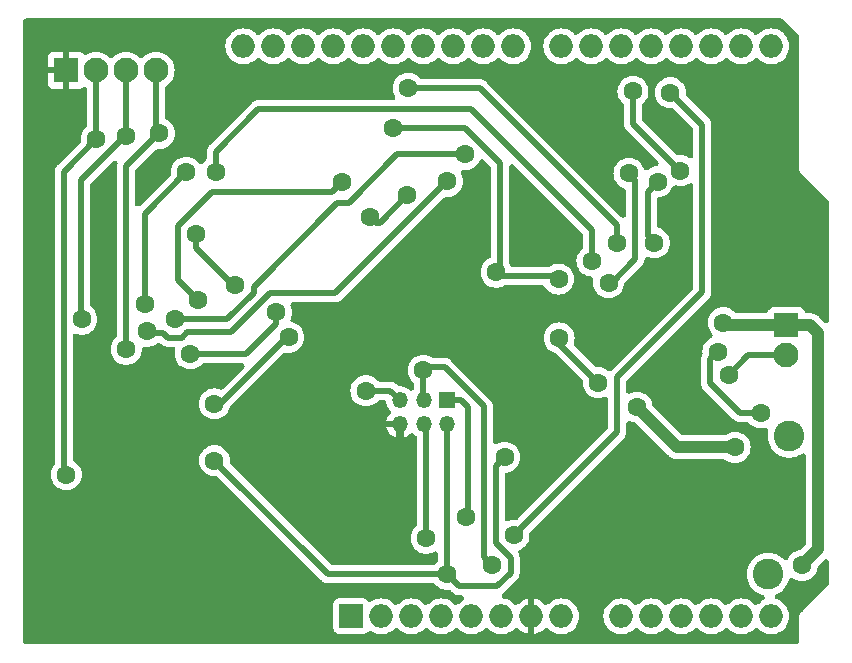
<source format=gbr>
%TF.GenerationSoftware,KiCad,Pcbnew,(6.0.5)*%
%TF.CreationDate,2022-06-24T11:28:33+01:00*%
%TF.ProjectId,Driver PCB,44726976-6572-4205-9043-422e6b696361,0*%
%TF.SameCoordinates,Original*%
%TF.FileFunction,Copper,L2,Bot*%
%TF.FilePolarity,Positive*%
%FSLAX46Y46*%
G04 Gerber Fmt 4.6, Leading zero omitted, Abs format (unit mm)*
G04 Created by KiCad (PCBNEW (6.0.5)) date 2022-06-24 11:28:33*
%MOMM*%
%LPD*%
G01*
G04 APERTURE LIST*
%TA.AperFunction,ComponentPad*%
%ADD10R,2.000000X2.000000*%
%TD*%
%TA.AperFunction,ComponentPad*%
%ADD11O,2.000000X2.000000*%
%TD*%
%TA.AperFunction,ComponentPad*%
%ADD12R,2.100000X2.100000*%
%TD*%
%TA.AperFunction,ComponentPad*%
%ADD13C,2.100000*%
%TD*%
%TA.AperFunction,ComponentPad*%
%ADD14R,1.350000X1.350000*%
%TD*%
%TA.AperFunction,ComponentPad*%
%ADD15O,1.350000X1.350000*%
%TD*%
%TA.AperFunction,ComponentPad*%
%ADD16C,2.600000*%
%TD*%
%TA.AperFunction,ViaPad*%
%ADD17C,1.600000*%
%TD*%
%TA.AperFunction,Conductor*%
%ADD18C,0.500000*%
%TD*%
%TA.AperFunction,Conductor*%
%ADD19C,1.000000*%
%TD*%
%TA.AperFunction,Conductor*%
%ADD20C,0.650000*%
%TD*%
G04 APERTURE END LIST*
D10*
%TO.P,A1,1,NC*%
%TO.N,unconnected-(A1-Pad1)*%
X119380000Y-105918000D03*
D11*
%TO.P,A1,2,IOREF*%
%TO.N,unconnected-(A1-Pad2)*%
X121920000Y-105918000D03*
%TO.P,A1,3,~{RESET}*%
%TO.N,unconnected-(A1-Pad3)*%
X124460000Y-105918000D03*
%TO.P,A1,4,3V3*%
%TO.N,unconnected-(A1-Pad4)*%
X127000000Y-105918000D03*
%TO.P,A1,5,5V*%
%TO.N,D_5V*%
X129540000Y-105918000D03*
%TO.P,A1,6,GND*%
%TO.N,unconnected-(A1-Pad6)*%
X132080000Y-105918000D03*
%TO.P,A1,7,GND*%
%TO.N,D_GND*%
X134620000Y-105918000D03*
%TO.P,A1,8,Vin*%
%TO.N,unconnected-(A1-Pad8)*%
X137160000Y-105918000D03*
%TO.P,A1,9,IS_1*%
%TO.N,CURRENT_SENSE_OUT*%
X142240000Y-105918000D03*
%TO.P,A1,10,IS_2*%
%TO.N,CURRENT_SIGN_OUT*%
X144780000Y-105918000D03*
%TO.P,A1,11,A2*%
%TO.N,unconnected-(A1-Pad11)*%
X147320000Y-105918000D03*
%TO.P,A1,12,A3*%
%TO.N,unconnected-(A1-Pad12)*%
X149860000Y-105918000D03*
%TO.P,A1,13,A4*%
%TO.N,unconnected-(A1-Pad13)*%
X152400000Y-105918000D03*
%TO.P,A1,14,A5*%
%TO.N,unconnected-(A1-Pad14)*%
X154940000Y-105918000D03*
%TO.P,A1,15,D0/RX*%
%TO.N,unconnected-(A1-Pad15)*%
X154940000Y-57658000D03*
%TO.P,A1,16,D1/TX*%
%TO.N,unconnected-(A1-Pad16)*%
X152400000Y-57658000D03*
%TO.P,A1,17,D2*%
%TO.N,SUP_LED_2*%
X149860000Y-57658000D03*
%TO.P,A1,18,IN_1*%
%TO.N,unconnected-(A1-Pad18)*%
X147320000Y-57658000D03*
%TO.P,A1,19,D4*%
%TO.N,LOAD_INPUT*%
X144780000Y-57658000D03*
%TO.P,A1,20,D5*%
%TO.N,STUDENT_ENABLE*%
X142240000Y-57658000D03*
%TO.P,A1,21,D6*%
%TO.N,STU_LED_1*%
X139700000Y-57658000D03*
%TO.P,A1,22,D7*%
%TO.N,STU_LED_2*%
X137160000Y-57658000D03*
%TO.P,A1,23,D8*%
%TO.N,STU_LED_3*%
X133100000Y-57658000D03*
%TO.P,A1,24,D9*%
%TO.N,SUP_LED_3*%
X130560000Y-57658000D03*
%TO.P,A1,25,D10*%
%TO.N,SUP_LED_1*%
X128020000Y-57658000D03*
%TO.P,A1,26,IN_2*%
%TO.N,unconnected-(A1-Pad26)*%
X125480000Y-57658000D03*
%TO.P,A1,27,INH_1*%
%TO.N,DRIVE_INPUT*%
X122940000Y-57658000D03*
%TO.P,A1,28,INH_2*%
X120400000Y-57658000D03*
%TO.P,A1,29,GND*%
%TO.N,unconnected-(A1-Pad29)*%
X117860000Y-57658000D03*
%TO.P,A1,30,AREF*%
%TO.N,unconnected-(A1-Pad30)*%
X115320000Y-57658000D03*
%TO.P,A1,31,SDA/A4*%
%TO.N,unconnected-(A1-Pad31)*%
X112780000Y-57658000D03*
%TO.P,A1,32,SCL/A5*%
%TO.N,unconnected-(A1-Pad32)*%
X110240000Y-57658000D03*
%TD*%
D12*
%TO.P,J2,1,Pin_1*%
%TO.N,DRIVE_GND*%
X156210000Y-81280000D03*
D13*
%TO.P,J2,2,Pin_2*%
%TO.N,Net-(J2-Pad2)*%
X156210000Y-83820000D03*
%TD*%
D12*
%TO.P,J4,1,Pin_1*%
%TO.N,D_GND*%
X95245000Y-59690000D03*
D13*
%TO.P,J4,2,Pin_2*%
%TO.N,OR_OUT_3*%
X97785000Y-59690000D03*
%TO.P,J4,3,Pin_3*%
%TO.N,OR_OUT_2*%
X100325000Y-59690000D03*
%TO.P,J4,4,Pin_4*%
%TO.N,OR_OUT_1*%
X102865000Y-59690000D03*
%TD*%
D14*
%TO.P,J1,1,MISO*%
%TO.N,LOAD_INPUT*%
X127508000Y-87630000D03*
D15*
%TO.P,J1,2,VCC*%
%TO.N,D_5V*%
X127508000Y-89630000D03*
%TO.P,J1,3,SCK*%
%TO.N,DRIVE_INPUT*%
X125508000Y-87630000D03*
%TO.P,J1,4,MOSI*%
%TO.N,Net-(J1-Pad4)*%
X125508000Y-89630000D03*
%TO.P,J1,5,~{RST}*%
%TO.N,Net-(J1-Pad5)*%
X123508000Y-87630000D03*
%TO.P,J1,6,GND*%
%TO.N,D_GND*%
X123508000Y-89630000D03*
%TD*%
D16*
%TO.P,J7,1,Pin_1*%
%TO.N,DRIVE_5V*%
X156464000Y-90678000D03*
%TD*%
%TO.P,J5,1,Pin_1*%
%TO.N,DRIVE_GND*%
X154686000Y-102362000D03*
%TD*%
D17*
%TO.N,AND_SUP_LED_2*%
X141170056Y-77673100D03*
X114077392Y-82301992D03*
%TO.N,D_GND*%
X150418800Y-63093600D03*
X139700000Y-66116200D03*
%TO.N,Net-(Q1-Pad2)*%
X136982200Y-82346800D03*
X140284200Y-86131400D03*
%TO.N,DRIVE_INPUT*%
X125476000Y-85090000D03*
%TO.N,D_5V*%
X132359500Y-92456000D03*
%TO.N,D_GND*%
X147329881Y-74295100D03*
%TO.N,DRIVE_5V*%
X143586200Y-88214200D03*
X151880322Y-91622153D03*
%TO.N,DRIVE_GND*%
X157558500Y-101600000D03*
%TO.N,Net-(D4-Pad2)*%
X154051000Y-88696800D03*
X150421671Y-83503497D03*
%TO.N,DRIVE_INPUT*%
X101879500Y-79502000D03*
X105410000Y-68326000D03*
%TO.N,INV_3*%
X107900917Y-68307181D03*
%TO.N,LOAD_INPUT*%
X133157377Y-99056711D03*
X146405600Y-61595000D03*
%TO.N,D_5V*%
X107794088Y-92731988D03*
%TO.N,Net-(J1-Pad5)*%
X120615406Y-86818900D03*
%TO.N,LOAD_INPUT*%
X129057500Y-97536000D03*
%TO.N,DRIVE_INPUT*%
X131318000Y-101600000D03*
%TO.N,D_GND*%
X121920000Y-93218000D03*
%TO.N,D_5V*%
X127508000Y-102362000D03*
%TO.N,Net-(J1-Pad4)*%
X125730000Y-99314000D03*
%TO.N,Net-(J2-Pad2)*%
X151343423Y-85480322D03*
%TO.N,DRIVE_GND*%
X150878431Y-81057390D03*
%TO.N,D_GND*%
X125984000Y-78789100D03*
%TO.N,D_5V*%
X136933074Y-77366799D03*
X122936000Y-64590980D03*
X131652924Y-76788924D03*
%TO.N,AND_STU_LED_1*%
X129032000Y-66802000D03*
X104454605Y-80724442D03*
%TO.N,AND_STU_LED_3*%
X118603208Y-69179383D03*
X106371642Y-79167862D03*
%TO.N,AND_SUP_LED_1*%
X105754345Y-83703230D03*
X113049946Y-80182346D03*
%TO.N,AND_SUP_LED_2*%
X142890618Y-68426500D03*
X107797500Y-87934800D03*
%TO.N,AND_SUP_LED_3*%
X106242710Y-73559500D03*
X109561219Y-77874900D03*
%TO.N,INV_3*%
X139759733Y-75844600D03*
%TO.N,SUP_LED_1*%
X141888021Y-74295100D03*
X124206000Y-61214000D03*
%TO.N,AND_STU_LED_2*%
X127517020Y-69088000D03*
X102108000Y-81788000D03*
%TO.N,STUDENT_ENABLE*%
X124130848Y-70282848D03*
X120929400Y-72085200D03*
%TO.N,OR_OUT_2*%
X96570900Y-80772000D03*
%TO.N,OR_OUT_3*%
X95260813Y-93925290D03*
%TO.N,OR_OUT_1*%
X100330000Y-83312000D03*
%TO.N,D_GND*%
X93319600Y-78638400D03*
%TO.N,OR_OUT_1*%
X103124000Y-65024000D03*
%TO.N,OR_OUT_2*%
X100330000Y-65278000D03*
%TO.N,OR_OUT_3*%
X97790000Y-65532000D03*
%TO.N,STUDENT_ENABLE*%
X143234033Y-61483989D03*
X147236447Y-68191720D03*
%TO.N,INV_2*%
X145347751Y-69108636D03*
X145041585Y-74295100D03*
%TD*%
D18*
%TO.N,D_5V*%
X117424100Y-102362000D02*
X107794088Y-92731988D01*
X127508000Y-102362000D02*
X117424100Y-102362000D01*
%TO.N,AND_SUP_LED_2*%
X108303164Y-87934800D02*
X107797500Y-87934800D01*
X113935972Y-82301992D02*
X108303164Y-87934800D01*
X114077392Y-82301992D02*
X113935972Y-82301992D01*
X143437521Y-75690924D02*
X141455345Y-77673100D01*
X141455345Y-77673100D02*
X141170056Y-77673100D01*
X142890618Y-68426500D02*
X143437521Y-68973403D01*
X143437521Y-68973403D02*
X143437521Y-75690924D01*
D19*
%TO.N,DRIVE_GND*%
X156210000Y-81280000D02*
X151101041Y-81280000D01*
X151101041Y-81280000D02*
X150878431Y-81057390D01*
D18*
%TO.N,AND_STU_LED_3*%
X107592096Y-70018788D02*
X117763803Y-70018788D01*
X104693209Y-72917675D02*
X107592096Y-70018788D01*
%TO.N,AND_SUP_LED_3*%
X109396400Y-77874900D02*
X106242710Y-74721210D01*
%TO.N,AND_STU_LED_3*%
X106371642Y-79167862D02*
X104693209Y-77489429D01*
X117763803Y-70018788D02*
X118603208Y-69179383D01*
%TO.N,AND_SUP_LED_3*%
X109561219Y-77874900D02*
X109396400Y-77874900D01*
%TO.N,AND_STU_LED_3*%
X104693209Y-77489429D02*
X104693209Y-72917675D01*
%TO.N,AND_SUP_LED_3*%
X106242710Y-74721210D02*
X106242710Y-73559500D01*
%TO.N,SUP_LED_1*%
X141888021Y-72800021D02*
X141888021Y-74295100D01*
X130302000Y-61214000D02*
X141888021Y-72800021D01*
X124206000Y-61214000D02*
X130302000Y-61214000D01*
%TO.N,INV_2*%
X144469734Y-73723249D02*
X145041585Y-74295100D01*
X144469734Y-69986653D02*
X144469734Y-73723249D01*
X145347751Y-69108636D02*
X144469734Y-69986653D01*
%TO.N,Net-(D4-Pad2)*%
X149758299Y-86189025D02*
X152266074Y-88696800D01*
X150421671Y-83503497D02*
X149758299Y-84166869D01*
X152266074Y-88696800D02*
X154051000Y-88696800D01*
X149758299Y-84166869D02*
X149758299Y-86189025D01*
%TO.N,Net-(J2-Pad2)*%
X153003745Y-83820000D02*
X151343423Y-85480322D01*
X156210000Y-83820000D02*
X153003745Y-83820000D01*
%TO.N,D_5V*%
X131968398Y-76473450D02*
X131652924Y-76788924D01*
X131968398Y-67547057D02*
X131968398Y-76473450D01*
X129012321Y-64590980D02*
X131968398Y-67547057D01*
X122936000Y-64590980D02*
X129012321Y-64590980D01*
X131968398Y-77104398D02*
X131652924Y-76788924D01*
X136670673Y-77104398D02*
X131968398Y-77104398D01*
X136933074Y-77366799D02*
X136670673Y-77104398D01*
%TO.N,STUDENT_ENABLE*%
X124130848Y-70282848D02*
X121795096Y-72618600D01*
X121795096Y-72618600D02*
X121462800Y-72618600D01*
X121462800Y-72618600D02*
X120929400Y-72085200D01*
%TO.N,INV_3*%
X129540000Y-62992000D02*
X139759733Y-73211733D01*
X107900917Y-68307181D02*
X107900917Y-66597083D01*
X111506000Y-62992000D02*
X129540000Y-62992000D01*
X139759733Y-73211733D02*
X139759733Y-75844600D01*
X107900917Y-66597083D02*
X111506000Y-62992000D01*
%TO.N,STUDENT_ENABLE*%
X143234033Y-64207138D02*
X143234033Y-61483989D01*
X147236447Y-68191720D02*
X147218615Y-68191720D01*
%TO.N,LOAD_INPUT*%
X149115905Y-64305305D02*
X146405600Y-61595000D01*
X149115905Y-78468095D02*
X149115905Y-64305305D01*
X133157377Y-99056711D02*
X141884501Y-90329587D01*
X141884501Y-85699499D02*
X149115905Y-78468095D01*
%TO.N,STUDENT_ENABLE*%
X147218615Y-68191720D02*
X143234033Y-64207138D01*
%TO.N,LOAD_INPUT*%
X141884501Y-90329587D02*
X141884501Y-85699499D01*
%TO.N,Net-(Q1-Pad2)*%
X136982200Y-82829400D02*
X140284200Y-86131400D01*
X136982200Y-82346800D02*
X136982200Y-82829400D01*
D19*
%TO.N,DRIVE_5V*%
X143586200Y-88214200D02*
X146994153Y-91622153D01*
X146994153Y-91622153D02*
X151880322Y-91622153D01*
D18*
%TO.N,AND_STU_LED_1*%
X108903003Y-80724442D02*
X104454605Y-80724442D01*
X111110720Y-78516725D02*
X108903003Y-80724442D01*
X111110720Y-78010754D02*
X111110720Y-78516725D01*
X118204775Y-70916699D02*
X111110720Y-78010754D01*
X119156896Y-70916699D02*
X118204775Y-70916699D01*
X123271595Y-66802000D02*
X119156896Y-70916699D01*
%TO.N,AND_SUP_LED_1*%
X113049946Y-81138113D02*
X113049946Y-80182346D01*
X105754345Y-83703230D02*
X110484829Y-83703230D01*
%TO.N,AND_STU_LED_2*%
X118044521Y-78560499D02*
X127517020Y-69088000D01*
X112480468Y-78560499D02*
X118044521Y-78560499D01*
X109161365Y-81879602D02*
X112480468Y-78560499D01*
X105487348Y-81879602D02*
X109161365Y-81879602D01*
X105037358Y-82329592D02*
X105487348Y-81879602D01*
X103836550Y-82329592D02*
X105037358Y-82329592D01*
X103449637Y-81942679D02*
X103836550Y-82329592D01*
X102108000Y-81788000D02*
X102262679Y-81942679D01*
%TO.N,OR_OUT_2*%
X96520000Y-80721100D02*
X96570900Y-80772000D01*
X96520000Y-68993341D02*
X96520000Y-80721100D01*
X100235341Y-65278000D02*
X96520000Y-68993341D01*
X100330000Y-65278000D02*
X100235341Y-65278000D01*
%TO.N,OR_OUT_3*%
X95021400Y-93685877D02*
X95260813Y-93925290D01*
X95021400Y-68300600D02*
X95021400Y-93685877D01*
%TO.N,AND_SUP_LED_1*%
X110484829Y-83703230D02*
X113049946Y-81138113D01*
%TO.N,AND_STU_LED_1*%
X129032000Y-66802000D02*
X123271595Y-66802000D01*
%TO.N,OR_OUT_3*%
X97790000Y-65532000D02*
X95021400Y-68300600D01*
%TO.N,AND_STU_LED_2*%
X102262679Y-81942679D02*
X103449637Y-81942679D01*
%TO.N,DRIVE_INPUT*%
X130607011Y-88140477D02*
X127277134Y-84810600D01*
X130607011Y-100889011D02*
X130607011Y-88140477D01*
X125755400Y-84810600D02*
X125476000Y-85090000D01*
X131318000Y-101600000D02*
X130607011Y-100889011D01*
X127277134Y-84810600D02*
X125755400Y-84810600D01*
%TO.N,Net-(J1-Pad5)*%
X123508000Y-87630000D02*
X122696900Y-86818900D01*
X122696900Y-86818900D02*
X120615406Y-86818900D01*
%TO.N,D_5V*%
X128524000Y-103378000D02*
X127508000Y-102362000D01*
X131607866Y-99698541D02*
X132867511Y-100958186D01*
X132867511Y-100958186D02*
X132867511Y-102241830D01*
X131607866Y-93207634D02*
X131607866Y-99698541D01*
X131731341Y-103378000D02*
X128524000Y-103378000D01*
X132359500Y-92456000D02*
X131607866Y-93207634D01*
X132867511Y-102241830D02*
X131731341Y-103378000D01*
%TO.N,LOAD_INPUT*%
X128683000Y-87630000D02*
X127508000Y-87630000D01*
X129260500Y-88207500D02*
X128683000Y-87630000D01*
X129057500Y-97536000D02*
X129260500Y-97333000D01*
X129260500Y-97333000D02*
X129260500Y-88207500D01*
D19*
%TO.N,DRIVE_GND*%
X158913511Y-100244989D02*
X157558500Y-101600000D01*
X158913511Y-81933511D02*
X158913511Y-100244989D01*
X158260000Y-81280000D02*
X158913511Y-81933511D01*
X156210000Y-81280000D02*
X158260000Y-81280000D01*
D18*
%TO.N,DRIVE_INPUT*%
X125476000Y-85090000D02*
X125476000Y-87583436D01*
X101879500Y-71856500D02*
X101879500Y-79502000D01*
X105410000Y-68326000D02*
X101879500Y-71856500D01*
X125476000Y-87583436D02*
X125508000Y-87615436D01*
X125508000Y-87615436D02*
X125508000Y-87630000D01*
D20*
%TO.N,D_GND*%
X123508000Y-91630000D02*
X121920000Y-93218000D01*
X123508000Y-89630000D02*
X123508000Y-91630000D01*
D18*
%TO.N,D_5V*%
X127508000Y-89630000D02*
X127508000Y-102362000D01*
%TO.N,Net-(J1-Pad4)*%
X125730000Y-89662000D02*
X125730000Y-99314000D01*
X125698000Y-89630000D02*
X125730000Y-89662000D01*
X125508000Y-89630000D02*
X125698000Y-89630000D01*
%TO.N,OR_OUT_1*%
X100330000Y-67818000D02*
X103124000Y-65024000D01*
X100330000Y-83312000D02*
X100330000Y-67818000D01*
X102865000Y-64765000D02*
X103124000Y-65024000D01*
X102865000Y-59690000D02*
X102865000Y-64765000D01*
%TO.N,OR_OUT_2*%
X100325000Y-65273000D02*
X100330000Y-65278000D01*
X100325000Y-59690000D02*
X100325000Y-65273000D01*
%TO.N,OR_OUT_3*%
X97785000Y-65527000D02*
X97790000Y-65532000D01*
X97785000Y-59690000D02*
X97785000Y-65527000D01*
%TD*%
%TA.AperFunction,Conductor*%
%TO.N,D_GND*%
G36*
X155774645Y-55303487D02*
G01*
X155854976Y-55356994D01*
X157249532Y-56743888D01*
X157303731Y-56824520D01*
X157322948Y-56920878D01*
X157313651Y-62234192D01*
X157303620Y-67967434D01*
X157303614Y-67970760D01*
X157303226Y-67980218D01*
X157299926Y-67994800D01*
X157301024Y-68012507D01*
X157301024Y-68012511D01*
X157302979Y-68044025D01*
X157303457Y-68059863D01*
X157303437Y-68071623D01*
X157304677Y-68080394D01*
X157304905Y-68083666D01*
X157306278Y-68097192D01*
X157308945Y-68140177D01*
X157314966Y-68156857D01*
X157315010Y-68157068D01*
X157315407Y-68159346D01*
X157316121Y-68161541D01*
X157316183Y-68161755D01*
X157318668Y-68179324D01*
X157325982Y-68195486D01*
X157325983Y-68195488D01*
X157336427Y-68218564D01*
X157343784Y-68236683D01*
X157349531Y-68252601D01*
X157358404Y-68277181D01*
X157368866Y-68291503D01*
X157368977Y-68291711D01*
X157369989Y-68293770D01*
X157371296Y-68295684D01*
X157371408Y-68295860D01*
X157378724Y-68312024D01*
X157406166Y-68343984D01*
X157406782Y-68344702D01*
X157418547Y-68359546D01*
X157418746Y-68359779D01*
X157424425Y-68367552D01*
X157431729Y-68374857D01*
X157444549Y-68388689D01*
X157473610Y-68422535D01*
X157488187Y-68432019D01*
X157499165Y-68442292D01*
X159770570Y-70713698D01*
X159824546Y-70794480D01*
X159843500Y-70889768D01*
X159843500Y-80836126D01*
X159824546Y-80931414D01*
X159770570Y-81012196D01*
X159689788Y-81066172D01*
X159594500Y-81085126D01*
X159499212Y-81066172D01*
X159418430Y-81012196D01*
X159021554Y-80615320D01*
X159003576Y-80595283D01*
X158984032Y-80570975D01*
X158964694Y-80554748D01*
X158944468Y-80537777D01*
X158940889Y-80534655D01*
X158937925Y-80531691D01*
X158905210Y-80504818D01*
X158903267Y-80503204D01*
X158841193Y-80451118D01*
X158841188Y-80451114D01*
X158832526Y-80443846D01*
X158827856Y-80441278D01*
X158823739Y-80437897D01*
X158742422Y-80394296D01*
X158740162Y-80393068D01*
X158669129Y-80354017D01*
X158669110Y-80354008D01*
X158659213Y-80348567D01*
X158654131Y-80346955D01*
X158649437Y-80344438D01*
X158638636Y-80341136D01*
X158638631Y-80341134D01*
X158561212Y-80317465D01*
X158558721Y-80316689D01*
X158481473Y-80292184D01*
X158481467Y-80292182D01*
X158470694Y-80288765D01*
X158465398Y-80288171D01*
X158460302Y-80286613D01*
X158449053Y-80285470D01*
X158449051Y-80285470D01*
X158368411Y-80277278D01*
X158365879Y-80277008D01*
X158316773Y-80271500D01*
X158312543Y-80271500D01*
X158308007Y-80271143D01*
X158280579Y-80268357D01*
X158275648Y-80267856D01*
X158275647Y-80267856D01*
X158263538Y-80266626D01*
X158232092Y-80269599D01*
X158223666Y-80270395D01*
X158200233Y-80271500D01*
X157991234Y-80271500D01*
X157895946Y-80252546D01*
X157815164Y-80198570D01*
X157758079Y-80109905D01*
X157716842Y-79999905D01*
X157716841Y-79999904D01*
X157710615Y-79983295D01*
X157623261Y-79866739D01*
X157506705Y-79779385D01*
X157370316Y-79728255D01*
X157354802Y-79726570D01*
X157354799Y-79726569D01*
X157314831Y-79722227D01*
X157314822Y-79722226D01*
X157308134Y-79721500D01*
X155111866Y-79721500D01*
X155105178Y-79722226D01*
X155105169Y-79722227D01*
X155065201Y-79726569D01*
X155065198Y-79726570D01*
X155049684Y-79728255D01*
X154913295Y-79779385D01*
X154796739Y-79866739D01*
X154709385Y-79983295D01*
X154703159Y-79999904D01*
X154703158Y-79999905D01*
X154661921Y-80109905D01*
X154610725Y-80192477D01*
X154531827Y-80249170D01*
X154428766Y-80271500D01*
X152046179Y-80271500D01*
X151950891Y-80252546D01*
X151870109Y-80198570D01*
X151722731Y-80051192D01*
X151713833Y-80044962D01*
X151713830Y-80044959D01*
X151544083Y-79926101D01*
X151535180Y-79919867D01*
X151327674Y-79823106D01*
X151106518Y-79763847D01*
X151095684Y-79762899D01*
X151095683Y-79762899D01*
X150889267Y-79744840D01*
X150878431Y-79743892D01*
X150867595Y-79744840D01*
X150661179Y-79762899D01*
X150661178Y-79762899D01*
X150650344Y-79763847D01*
X150429188Y-79823106D01*
X150221682Y-79919867D01*
X150212779Y-79926101D01*
X150043032Y-80044959D01*
X150043029Y-80044962D01*
X150034131Y-80051192D01*
X149872233Y-80213090D01*
X149866003Y-80221988D01*
X149866000Y-80221991D01*
X149768298Y-80361524D01*
X149740908Y-80400641D01*
X149644147Y-80608147D01*
X149584888Y-80829303D01*
X149564933Y-81057390D01*
X149584888Y-81285477D01*
X149587703Y-81295982D01*
X149587703Y-81295983D01*
X149589711Y-81303477D01*
X149644147Y-81506633D01*
X149740908Y-81714139D01*
X149747142Y-81723042D01*
X149862443Y-81887708D01*
X149872233Y-81901690D01*
X149903288Y-81932745D01*
X149957264Y-82013527D01*
X149976218Y-82108815D01*
X149957264Y-82204103D01*
X149903288Y-82284885D01*
X149832450Y-82334486D01*
X149764922Y-82365974D01*
X149756019Y-82372208D01*
X149586272Y-82491066D01*
X149586269Y-82491069D01*
X149577371Y-82497299D01*
X149415473Y-82659197D01*
X149409243Y-82668095D01*
X149409240Y-82668098D01*
X149330455Y-82780615D01*
X149284148Y-82846748D01*
X149187387Y-83054254D01*
X149163046Y-83145097D01*
X149143671Y-83217405D01*
X149128128Y-83275410D01*
X149127180Y-83286244D01*
X149127180Y-83286245D01*
X149109706Y-83485978D01*
X149108173Y-83503497D01*
X149121317Y-83653727D01*
X149121724Y-83658384D01*
X149111148Y-83754962D01*
X149099251Y-83785513D01*
X149078566Y-83829772D01*
X149074765Y-83837549D01*
X149042530Y-83900677D01*
X149039346Y-83913690D01*
X149033677Y-83925819D01*
X149026835Y-83958715D01*
X149019251Y-83995175D01*
X149017333Y-84003651D01*
X149005478Y-84052100D01*
X149000491Y-84072479D01*
X148999799Y-84083633D01*
X148999799Y-84087517D01*
X148999756Y-84088901D01*
X148997659Y-84098984D01*
X148998050Y-84113445D01*
X148998050Y-84113447D01*
X148999708Y-84174726D01*
X148999799Y-84181460D01*
X148999799Y-86112653D01*
X148997408Y-86144270D01*
X148997275Y-86148075D01*
X148995100Y-86162374D01*
X148996604Y-86180867D01*
X148998979Y-86210065D01*
X148999337Y-86218880D01*
X148999380Y-86218878D01*
X148999799Y-86226092D01*
X148999799Y-86233318D01*
X149000635Y-86240492D01*
X149000636Y-86240503D01*
X149002841Y-86259417D01*
X149003696Y-86268060D01*
X149006138Y-86298082D01*
X149009439Y-86338662D01*
X149013566Y-86351401D01*
X149015117Y-86364706D01*
X149020051Y-86378300D01*
X149020053Y-86378307D01*
X149039293Y-86431313D01*
X149042114Y-86439529D01*
X149059487Y-86493156D01*
X149059490Y-86493162D01*
X149063948Y-86506924D01*
X149070898Y-86518377D01*
X149075466Y-86530962D01*
X149083394Y-86543054D01*
X149083396Y-86543058D01*
X149114315Y-86590216D01*
X149118935Y-86597538D01*
X149155704Y-86658132D01*
X149163102Y-86666509D01*
X149165828Y-86669235D01*
X149166798Y-86670267D01*
X149172443Y-86678877D01*
X149182945Y-86688825D01*
X149182946Y-86688827D01*
X149227430Y-86730967D01*
X149232257Y-86735664D01*
X151675735Y-89179142D01*
X151696394Y-89203182D01*
X151698994Y-89205971D01*
X151707566Y-89217618D01*
X151718587Y-89226981D01*
X151718588Y-89226982D01*
X151744026Y-89248593D01*
X151750509Y-89254570D01*
X151750537Y-89254538D01*
X151755942Y-89259349D01*
X151761053Y-89264460D01*
X151781655Y-89280759D01*
X151788330Y-89286231D01*
X151842359Y-89332133D01*
X151854285Y-89338223D01*
X151864790Y-89346534D01*
X151929014Y-89376550D01*
X151936754Y-89380334D01*
X151999882Y-89412569D01*
X152012895Y-89415753D01*
X152025024Y-89421422D01*
X152080356Y-89432931D01*
X152094380Y-89435848D01*
X152102840Y-89437762D01*
X152127886Y-89443891D01*
X152160906Y-89451971D01*
X152160909Y-89451971D01*
X152171684Y-89454608D01*
X152182838Y-89455300D01*
X152186722Y-89455300D01*
X152188106Y-89455343D01*
X152198189Y-89457440D01*
X152212650Y-89457049D01*
X152212652Y-89457049D01*
X152273931Y-89455391D01*
X152280665Y-89455300D01*
X152857933Y-89455300D01*
X152953221Y-89474254D01*
X153034003Y-89528230D01*
X153041582Y-89536502D01*
X153044802Y-89541100D01*
X153206700Y-89702998D01*
X153215598Y-89709228D01*
X153215601Y-89709231D01*
X153367987Y-89815933D01*
X153394251Y-89834323D01*
X153601757Y-89931084D01*
X153822913Y-89990343D01*
X153833747Y-89991291D01*
X153833748Y-89991291D01*
X154040164Y-90009350D01*
X154051000Y-90010298D01*
X154061836Y-90009350D01*
X154268252Y-89991291D01*
X154268253Y-89991291D01*
X154279087Y-89990343D01*
X154398325Y-89958393D01*
X154495271Y-89952038D01*
X154587271Y-89983267D01*
X154660316Y-90047326D01*
X154703286Y-90134462D01*
X154709641Y-90231408D01*
X154704111Y-90260190D01*
X154677981Y-90363077D01*
X154667008Y-90472045D01*
X154653252Y-90608663D01*
X154651050Y-90630526D01*
X154654857Y-90709772D01*
X154662893Y-90877073D01*
X154663947Y-90899019D01*
X154716388Y-91162656D01*
X154807220Y-91415646D01*
X154811592Y-91423783D01*
X154811594Y-91423787D01*
X154912564Y-91611700D01*
X154934450Y-91652431D01*
X154939979Y-91659835D01*
X155028097Y-91777839D01*
X155095281Y-91867810D01*
X155286180Y-92057050D01*
X155502954Y-92215995D01*
X155628024Y-92281798D01*
X155703842Y-92321688D01*
X155740840Y-92341154D01*
X155749560Y-92344199D01*
X155749562Y-92344200D01*
X155918552Y-92403213D01*
X155994613Y-92429775D01*
X156176225Y-92464255D01*
X156249622Y-92478190D01*
X156249624Y-92478190D01*
X156258698Y-92479913D01*
X156267923Y-92480275D01*
X156267928Y-92480276D01*
X156386467Y-92484933D01*
X156527293Y-92490466D01*
X156536468Y-92489461D01*
X156536474Y-92489461D01*
X156785313Y-92462209D01*
X156785316Y-92462208D01*
X156794497Y-92461203D01*
X156925445Y-92426727D01*
X157045498Y-92395120D01*
X157045504Y-92395118D01*
X157054441Y-92392765D01*
X157301414Y-92286657D01*
X157524983Y-92148308D01*
X157615986Y-92114284D01*
X157713082Y-92117675D01*
X157801489Y-92157964D01*
X157867749Y-92229019D01*
X157901773Y-92320021D01*
X157905011Y-92360046D01*
X157905011Y-99724115D01*
X157886057Y-99819403D01*
X157832081Y-99900184D01*
X157499040Y-100233226D01*
X157418259Y-100287203D01*
X157351922Y-100303434D01*
X157351955Y-100303620D01*
X157349120Y-100304120D01*
X157344665Y-100305210D01*
X157343289Y-100305330D01*
X157330413Y-100306457D01*
X157109257Y-100365716D01*
X156901751Y-100462477D01*
X156892848Y-100468711D01*
X156723101Y-100587569D01*
X156723098Y-100587572D01*
X156714200Y-100593802D01*
X156552302Y-100755700D01*
X156546072Y-100764598D01*
X156546069Y-100764601D01*
X156458792Y-100889246D01*
X156420977Y-100943251D01*
X156416383Y-100953103D01*
X156382445Y-101025884D01*
X156324997Y-101104234D01*
X156241938Y-101154636D01*
X156145914Y-101169416D01*
X156051543Y-101146324D01*
X155986164Y-101102018D01*
X155834042Y-100958917D01*
X155834040Y-100958916D01*
X155827317Y-100952591D01*
X155793813Y-100929348D01*
X155614051Y-100804642D01*
X155614049Y-100804641D01*
X155606457Y-100799374D01*
X155598168Y-100795286D01*
X155598164Y-100795284D01*
X155373662Y-100684572D01*
X155373660Y-100684571D01*
X155365376Y-100680486D01*
X155186424Y-100623203D01*
X155118168Y-100601354D01*
X155118165Y-100601353D01*
X155109370Y-100598538D01*
X154979774Y-100577432D01*
X154853178Y-100556814D01*
X154853172Y-100556813D01*
X154844063Y-100555330D01*
X154834833Y-100555209D01*
X154834831Y-100555209D01*
X154650994Y-100552803D01*
X154575284Y-100551812D01*
X154566129Y-100553058D01*
X154566128Y-100553058D01*
X154473856Y-100565616D01*
X154308937Y-100588060D01*
X154050874Y-100663278D01*
X154042489Y-100667143D01*
X154042485Y-100667145D01*
X153831088Y-100764601D01*
X153806763Y-100775815D01*
X153756562Y-100808728D01*
X153589694Y-100918131D01*
X153589689Y-100918135D01*
X153581968Y-100923197D01*
X153381426Y-101102188D01*
X153209544Y-101308854D01*
X153172395Y-101370073D01*
X153074885Y-101530763D01*
X153074882Y-101530769D01*
X153070096Y-101538656D01*
X153066527Y-101547167D01*
X153066525Y-101547171D01*
X152993817Y-101720561D01*
X152966148Y-101786545D01*
X152899981Y-102047077D01*
X152892295Y-102123407D01*
X152878809Y-102257338D01*
X152873050Y-102314526D01*
X152877805Y-102413524D01*
X152882345Y-102508022D01*
X152885947Y-102583019D01*
X152938388Y-102846656D01*
X153029220Y-103099646D01*
X153033592Y-103107783D01*
X153033594Y-103107787D01*
X153097844Y-103227361D01*
X153156450Y-103336431D01*
X153317281Y-103551810D01*
X153508180Y-103741050D01*
X153515632Y-103746514D01*
X153703661Y-103884382D01*
X153724954Y-103899995D01*
X153826370Y-103953353D01*
X153952303Y-104019610D01*
X153962840Y-104025154D01*
X153971560Y-104028199D01*
X153971562Y-104028200D01*
X154216613Y-104113775D01*
X154215872Y-104115898D01*
X154289543Y-104152216D01*
X154353612Y-104225252D01*
X154384854Y-104317247D01*
X154378513Y-104414195D01*
X154335555Y-104501336D01*
X154262519Y-104565405D01*
X154259201Y-104567207D01*
X154253037Y-104569760D01*
X154244700Y-104574869D01*
X154244696Y-104574871D01*
X154098641Y-104664374D01*
X154050584Y-104693824D01*
X153870031Y-104848031D01*
X153863674Y-104855474D01*
X153863671Y-104855477D01*
X153859339Y-104860549D01*
X153783040Y-104920696D01*
X153689533Y-104947067D01*
X153593051Y-104935646D01*
X153508285Y-104888173D01*
X153480661Y-104860549D01*
X153476329Y-104855477D01*
X153476326Y-104855474D01*
X153469969Y-104848031D01*
X153289416Y-104693824D01*
X153086963Y-104569760D01*
X152867594Y-104478895D01*
X152858086Y-104476612D01*
X152858082Y-104476611D01*
X152758300Y-104452656D01*
X152636711Y-104423465D01*
X152400000Y-104404835D01*
X152163289Y-104423465D01*
X152041700Y-104452656D01*
X151941918Y-104476611D01*
X151941914Y-104476612D01*
X151932406Y-104478895D01*
X151713037Y-104569760D01*
X151510584Y-104693824D01*
X151330031Y-104848031D01*
X151323674Y-104855474D01*
X151323671Y-104855477D01*
X151319339Y-104860549D01*
X151243040Y-104920696D01*
X151149533Y-104947067D01*
X151053051Y-104935646D01*
X150968285Y-104888173D01*
X150940661Y-104860549D01*
X150936329Y-104855477D01*
X150936326Y-104855474D01*
X150929969Y-104848031D01*
X150749416Y-104693824D01*
X150546963Y-104569760D01*
X150327594Y-104478895D01*
X150318086Y-104476612D01*
X150318082Y-104476611D01*
X150218300Y-104452656D01*
X150096711Y-104423465D01*
X149860000Y-104404835D01*
X149623289Y-104423465D01*
X149501700Y-104452656D01*
X149401918Y-104476611D01*
X149401914Y-104476612D01*
X149392406Y-104478895D01*
X149173037Y-104569760D01*
X148970584Y-104693824D01*
X148790031Y-104848031D01*
X148783674Y-104855474D01*
X148783671Y-104855477D01*
X148779339Y-104860549D01*
X148703040Y-104920696D01*
X148609533Y-104947067D01*
X148513051Y-104935646D01*
X148428285Y-104888173D01*
X148400661Y-104860549D01*
X148396329Y-104855477D01*
X148396326Y-104855474D01*
X148389969Y-104848031D01*
X148209416Y-104693824D01*
X148006963Y-104569760D01*
X147787594Y-104478895D01*
X147778086Y-104476612D01*
X147778082Y-104476611D01*
X147678300Y-104452656D01*
X147556711Y-104423465D01*
X147320000Y-104404835D01*
X147083289Y-104423465D01*
X146961700Y-104452656D01*
X146861918Y-104476611D01*
X146861914Y-104476612D01*
X146852406Y-104478895D01*
X146633037Y-104569760D01*
X146430584Y-104693824D01*
X146250031Y-104848031D01*
X146243674Y-104855474D01*
X146243671Y-104855477D01*
X146239339Y-104860549D01*
X146163040Y-104920696D01*
X146069533Y-104947067D01*
X145973051Y-104935646D01*
X145888285Y-104888173D01*
X145860661Y-104860549D01*
X145856329Y-104855477D01*
X145856326Y-104855474D01*
X145849969Y-104848031D01*
X145669416Y-104693824D01*
X145466963Y-104569760D01*
X145247594Y-104478895D01*
X145238086Y-104476612D01*
X145238082Y-104476611D01*
X145138300Y-104452656D01*
X145016711Y-104423465D01*
X144780000Y-104404835D01*
X144543289Y-104423465D01*
X144421700Y-104452656D01*
X144321918Y-104476611D01*
X144321914Y-104476612D01*
X144312406Y-104478895D01*
X144093037Y-104569760D01*
X143890584Y-104693824D01*
X143710031Y-104848031D01*
X143703674Y-104855474D01*
X143703671Y-104855477D01*
X143699339Y-104860549D01*
X143623040Y-104920696D01*
X143529533Y-104947067D01*
X143433051Y-104935646D01*
X143348285Y-104888173D01*
X143320661Y-104860549D01*
X143316329Y-104855477D01*
X143316326Y-104855474D01*
X143309969Y-104848031D01*
X143129416Y-104693824D01*
X142926963Y-104569760D01*
X142707594Y-104478895D01*
X142698086Y-104476612D01*
X142698082Y-104476611D01*
X142598300Y-104452656D01*
X142476711Y-104423465D01*
X142240000Y-104404835D01*
X142003289Y-104423465D01*
X141881700Y-104452656D01*
X141781918Y-104476611D01*
X141781914Y-104476612D01*
X141772406Y-104478895D01*
X141553037Y-104569760D01*
X141350584Y-104693824D01*
X141170031Y-104848031D01*
X141163674Y-104855474D01*
X141095201Y-104935646D01*
X141015824Y-105028584D01*
X140891760Y-105231037D01*
X140800895Y-105450406D01*
X140745465Y-105681289D01*
X140726835Y-105918000D01*
X140745465Y-106154711D01*
X140800895Y-106385594D01*
X140891760Y-106604963D01*
X141015824Y-106807416D01*
X141022170Y-106814846D01*
X141022172Y-106814849D01*
X141163674Y-106980526D01*
X141170031Y-106987969D01*
X141350584Y-107142176D01*
X141553037Y-107266240D01*
X141772406Y-107357105D01*
X141781914Y-107359388D01*
X141781918Y-107359389D01*
X141877709Y-107382386D01*
X142003289Y-107412535D01*
X142240000Y-107431165D01*
X142476711Y-107412535D01*
X142602291Y-107382386D01*
X142698082Y-107359389D01*
X142698086Y-107359388D01*
X142707594Y-107357105D01*
X142926963Y-107266240D01*
X143129416Y-107142176D01*
X143309969Y-106987969D01*
X143316326Y-106980526D01*
X143316329Y-106980523D01*
X143320661Y-106975451D01*
X143396960Y-106915304D01*
X143490467Y-106888933D01*
X143586949Y-106900354D01*
X143671715Y-106947827D01*
X143699339Y-106975451D01*
X143703671Y-106980523D01*
X143703674Y-106980526D01*
X143710031Y-106987969D01*
X143890584Y-107142176D01*
X144093037Y-107266240D01*
X144312406Y-107357105D01*
X144321914Y-107359388D01*
X144321918Y-107359389D01*
X144417709Y-107382386D01*
X144543289Y-107412535D01*
X144780000Y-107431165D01*
X145016711Y-107412535D01*
X145142291Y-107382386D01*
X145238082Y-107359389D01*
X145238086Y-107359388D01*
X145247594Y-107357105D01*
X145466963Y-107266240D01*
X145669416Y-107142176D01*
X145849969Y-106987969D01*
X145856326Y-106980526D01*
X145856329Y-106980523D01*
X145860661Y-106975451D01*
X145936960Y-106915304D01*
X146030467Y-106888933D01*
X146126949Y-106900354D01*
X146211715Y-106947827D01*
X146239339Y-106975451D01*
X146243671Y-106980523D01*
X146243674Y-106980526D01*
X146250031Y-106987969D01*
X146430584Y-107142176D01*
X146633037Y-107266240D01*
X146852406Y-107357105D01*
X146861914Y-107359388D01*
X146861918Y-107359389D01*
X146957709Y-107382386D01*
X147083289Y-107412535D01*
X147320000Y-107431165D01*
X147556711Y-107412535D01*
X147682291Y-107382386D01*
X147778082Y-107359389D01*
X147778086Y-107359388D01*
X147787594Y-107357105D01*
X148006963Y-107266240D01*
X148209416Y-107142176D01*
X148389969Y-106987969D01*
X148396326Y-106980526D01*
X148396329Y-106980523D01*
X148400661Y-106975451D01*
X148476960Y-106915304D01*
X148570467Y-106888933D01*
X148666949Y-106900354D01*
X148751715Y-106947827D01*
X148779339Y-106975451D01*
X148783671Y-106980523D01*
X148783674Y-106980526D01*
X148790031Y-106987969D01*
X148970584Y-107142176D01*
X149173037Y-107266240D01*
X149392406Y-107357105D01*
X149401914Y-107359388D01*
X149401918Y-107359389D01*
X149497709Y-107382386D01*
X149623289Y-107412535D01*
X149860000Y-107431165D01*
X150096711Y-107412535D01*
X150222291Y-107382386D01*
X150318082Y-107359389D01*
X150318086Y-107359388D01*
X150327594Y-107357105D01*
X150546963Y-107266240D01*
X150749416Y-107142176D01*
X150929969Y-106987969D01*
X150936326Y-106980526D01*
X150936329Y-106980523D01*
X150940661Y-106975451D01*
X151016960Y-106915304D01*
X151110467Y-106888933D01*
X151206949Y-106900354D01*
X151291715Y-106947827D01*
X151319339Y-106975451D01*
X151323671Y-106980523D01*
X151323674Y-106980526D01*
X151330031Y-106987969D01*
X151510584Y-107142176D01*
X151713037Y-107266240D01*
X151932406Y-107357105D01*
X151941914Y-107359388D01*
X151941918Y-107359389D01*
X152037709Y-107382386D01*
X152163289Y-107412535D01*
X152400000Y-107431165D01*
X152636711Y-107412535D01*
X152762291Y-107382386D01*
X152858082Y-107359389D01*
X152858086Y-107359388D01*
X152867594Y-107357105D01*
X153086963Y-107266240D01*
X153289416Y-107142176D01*
X153469969Y-106987969D01*
X153476326Y-106980526D01*
X153476329Y-106980523D01*
X153480661Y-106975451D01*
X153556960Y-106915304D01*
X153650467Y-106888933D01*
X153746949Y-106900354D01*
X153831715Y-106947827D01*
X153859339Y-106975451D01*
X153863671Y-106980523D01*
X153863674Y-106980526D01*
X153870031Y-106987969D01*
X154050584Y-107142176D01*
X154253037Y-107266240D01*
X154472406Y-107357105D01*
X154481914Y-107359388D01*
X154481918Y-107359389D01*
X154577709Y-107382386D01*
X154703289Y-107412535D01*
X154940000Y-107431165D01*
X155176711Y-107412535D01*
X155302291Y-107382386D01*
X155398082Y-107359389D01*
X155398086Y-107359388D01*
X155407594Y-107357105D01*
X155626963Y-107266240D01*
X155829416Y-107142176D01*
X156009969Y-106987969D01*
X156016326Y-106980526D01*
X156157828Y-106814849D01*
X156157830Y-106814846D01*
X156164176Y-106807416D01*
X156288240Y-106604963D01*
X156379105Y-106385594D01*
X156434535Y-106154711D01*
X156453165Y-105918000D01*
X156434535Y-105681289D01*
X156379105Y-105450406D01*
X156288240Y-105231037D01*
X156164176Y-105028584D01*
X156084800Y-104935646D01*
X156016326Y-104855474D01*
X156009969Y-104848031D01*
X155829416Y-104693824D01*
X155626963Y-104569760D01*
X155409535Y-104479699D01*
X155328753Y-104425723D01*
X155274776Y-104344942D01*
X155255822Y-104249654D01*
X155274776Y-104154366D01*
X155328752Y-104073584D01*
X155406531Y-104020874D01*
X155425182Y-104012861D01*
X155523414Y-103970657D01*
X155751990Y-103829210D01*
X155957149Y-103655530D01*
X156054324Y-103544723D01*
X156128290Y-103460381D01*
X156128292Y-103460378D01*
X156134382Y-103453434D01*
X156279797Y-103227361D01*
X156285823Y-103213985D01*
X156386403Y-102990705D01*
X156386403Y-102990704D01*
X156390199Y-102982278D01*
X156398890Y-102951464D01*
X156437010Y-102816299D01*
X156481117Y-102729733D01*
X156554994Y-102666636D01*
X156647394Y-102636613D01*
X156744249Y-102644236D01*
X156819481Y-102679918D01*
X156892842Y-102731286D01*
X156892851Y-102731291D01*
X156901751Y-102737523D01*
X157109257Y-102834284D01*
X157330413Y-102893543D01*
X157341247Y-102894491D01*
X157341248Y-102894491D01*
X157547664Y-102912550D01*
X157558500Y-102913498D01*
X157569336Y-102912550D01*
X157775752Y-102894491D01*
X157775753Y-102894491D01*
X157786587Y-102893543D01*
X158007743Y-102834284D01*
X158215249Y-102737523D01*
X158318044Y-102665545D01*
X158393899Y-102612431D01*
X158393902Y-102612428D01*
X158402800Y-102606198D01*
X158564698Y-102444300D01*
X158616374Y-102370500D01*
X158689789Y-102265652D01*
X158696023Y-102256749D01*
X158792784Y-102049243D01*
X158852043Y-101828087D01*
X158853290Y-101813835D01*
X158854061Y-101811190D01*
X158854880Y-101806545D01*
X158855389Y-101806635D01*
X158880475Y-101720561D01*
X158925273Y-101659461D01*
X159418430Y-101166304D01*
X159499212Y-101112328D01*
X159594500Y-101093374D01*
X159689788Y-101112328D01*
X159770570Y-101166304D01*
X159824546Y-101247086D01*
X159843500Y-101342374D01*
X159843500Y-103103979D01*
X159824546Y-103199267D01*
X159771261Y-103279354D01*
X159596384Y-103455614D01*
X157626206Y-105441368D01*
X157506237Y-105562285D01*
X157500681Y-105567433D01*
X157489042Y-105574776D01*
X157477298Y-105588074D01*
X157454910Y-105613423D01*
X157445038Y-105623967D01*
X157441548Y-105627484D01*
X157441543Y-105627490D01*
X157435307Y-105633775D01*
X157430023Y-105640884D01*
X157425445Y-105646206D01*
X157419702Y-105653288D01*
X157392622Y-105683951D01*
X157385081Y-105700012D01*
X157382887Y-105703352D01*
X157380998Y-105706834D01*
X157370416Y-105721071D01*
X157364255Y-105737703D01*
X157364253Y-105737708D01*
X157356204Y-105759440D01*
X157348100Y-105778779D01*
X157338258Y-105799741D01*
X157338257Y-105799745D01*
X157330719Y-105815800D01*
X157327989Y-105833333D01*
X157326823Y-105837147D01*
X157325986Y-105841026D01*
X157319825Y-105857660D01*
X157318580Y-105875353D01*
X157316953Y-105898471D01*
X157315204Y-105913970D01*
X157314978Y-105916892D01*
X157313500Y-105926386D01*
X157313500Y-105938808D01*
X157312886Y-105956283D01*
X157309602Y-106002959D01*
X157313063Y-106018863D01*
X157313500Y-106031013D01*
X157313500Y-108028610D01*
X157294546Y-108123898D01*
X157240570Y-108204680D01*
X157159788Y-108258656D01*
X157064537Y-108277610D01*
X125011136Y-108282416D01*
X91859535Y-108287386D01*
X91764246Y-108268446D01*
X91683457Y-108214482D01*
X91629468Y-108133709D01*
X91610500Y-108038386D01*
X91610500Y-93925290D01*
X93947315Y-93925290D01*
X93967270Y-94153377D01*
X94026529Y-94374533D01*
X94123290Y-94582039D01*
X94254615Y-94769590D01*
X94416513Y-94931488D01*
X94425411Y-94937718D01*
X94425414Y-94937721D01*
X94582704Y-95047857D01*
X94604064Y-95062813D01*
X94811570Y-95159574D01*
X95032726Y-95218833D01*
X95043560Y-95219781D01*
X95043561Y-95219781D01*
X95249977Y-95237840D01*
X95260813Y-95238788D01*
X95271649Y-95237840D01*
X95478065Y-95219781D01*
X95478066Y-95219781D01*
X95488900Y-95218833D01*
X95710056Y-95159574D01*
X95917562Y-95062813D01*
X95938922Y-95047857D01*
X96096212Y-94937721D01*
X96096215Y-94937718D01*
X96105113Y-94931488D01*
X96267011Y-94769590D01*
X96398336Y-94582039D01*
X96495097Y-94374533D01*
X96554356Y-94153377D01*
X96574311Y-93925290D01*
X96554356Y-93697203D01*
X96495097Y-93476047D01*
X96398336Y-93268541D01*
X96329849Y-93170732D01*
X96273244Y-93089891D01*
X96273241Y-93089888D01*
X96267011Y-93080990D01*
X96105113Y-92919092D01*
X96096215Y-92912862D01*
X96096212Y-92912859D01*
X95926461Y-92793998D01*
X95926460Y-92793997D01*
X95917562Y-92787767D01*
X95907713Y-92783175D01*
X95904404Y-92781264D01*
X95831358Y-92717207D01*
X95788386Y-92630072D01*
X95779900Y-92565622D01*
X95779900Y-89893078D01*
X122354939Y-89893078D01*
X122355683Y-89899029D01*
X122385267Y-90015518D01*
X122392857Y-90036951D01*
X122474326Y-90213671D01*
X122485689Y-90233353D01*
X122597996Y-90392264D01*
X122612765Y-90409555D01*
X122752149Y-90545337D01*
X122769815Y-90559643D01*
X122931610Y-90667751D01*
X122951592Y-90678601D01*
X123130380Y-90755415D01*
X123152003Y-90762440D01*
X123230077Y-90780106D01*
X123250929Y-90780652D01*
X123253687Y-90774457D01*
X123254000Y-90771653D01*
X123254000Y-89908527D01*
X123249931Y-89888069D01*
X123229473Y-89884000D01*
X122376393Y-89884000D01*
X122355935Y-89888069D01*
X122354939Y-89893078D01*
X95779900Y-89893078D01*
X95779900Y-82236495D01*
X95798854Y-82141207D01*
X95852830Y-82060425D01*
X95933612Y-82006449D01*
X96028900Y-81987495D01*
X96113265Y-82002371D01*
X96121657Y-82006284D01*
X96271927Y-82046549D01*
X96323713Y-82060425D01*
X96342813Y-82065543D01*
X96353647Y-82066491D01*
X96353648Y-82066491D01*
X96560064Y-82084550D01*
X96570900Y-82085498D01*
X96581736Y-82084550D01*
X96788152Y-82066491D01*
X96788153Y-82066491D01*
X96798987Y-82065543D01*
X96818088Y-82060425D01*
X96869873Y-82046549D01*
X97020143Y-82006284D01*
X97227649Y-81909523D01*
X97258804Y-81887708D01*
X97406299Y-81784431D01*
X97406302Y-81784428D01*
X97415200Y-81778198D01*
X97577098Y-81616300D01*
X97634506Y-81534314D01*
X97702189Y-81437652D01*
X97708423Y-81428749D01*
X97805184Y-81221243D01*
X97855543Y-81033302D01*
X97861628Y-81010593D01*
X97861628Y-81010592D01*
X97864443Y-81000087D01*
X97874779Y-80881952D01*
X97883450Y-80782836D01*
X97884398Y-80772000D01*
X97883450Y-80761164D01*
X97865391Y-80554748D01*
X97865391Y-80554747D01*
X97864443Y-80543913D01*
X97805184Y-80322757D01*
X97708423Y-80115251D01*
X97693467Y-80093891D01*
X97583331Y-79936601D01*
X97583328Y-79936598D01*
X97577098Y-79927700D01*
X97415200Y-79765802D01*
X97384679Y-79744431D01*
X97317496Y-79674251D01*
X97282283Y-79583702D01*
X97278500Y-79540463D01*
X97278500Y-69410662D01*
X97297454Y-69315374D01*
X97351430Y-69234592D01*
X99172310Y-67413712D01*
X99253092Y-67359736D01*
X99348380Y-67340782D01*
X99443668Y-67359736D01*
X99524450Y-67413712D01*
X99578426Y-67494494D01*
X99597380Y-67589782D01*
X99592163Y-67640486D01*
X99590952Y-67646308D01*
X99589038Y-67654766D01*
X99572192Y-67723610D01*
X99571500Y-67734764D01*
X99571500Y-67738648D01*
X99571457Y-67740032D01*
X99569360Y-67750115D01*
X99569751Y-67764576D01*
X99569751Y-67764578D01*
X99571409Y-67825857D01*
X99571500Y-67832591D01*
X99571500Y-82118933D01*
X99552546Y-82214221D01*
X99498570Y-82295003D01*
X99490298Y-82302582D01*
X99485700Y-82305802D01*
X99323802Y-82467700D01*
X99317572Y-82476598D01*
X99317569Y-82476601D01*
X99237190Y-82591394D01*
X99192477Y-82655251D01*
X99095716Y-82862757D01*
X99089123Y-82887362D01*
X99039880Y-83071140D01*
X99036457Y-83083913D01*
X99035509Y-83094747D01*
X99035509Y-83094748D01*
X99017450Y-83301164D01*
X99016502Y-83312000D01*
X99017450Y-83322836D01*
X99029857Y-83464643D01*
X99036457Y-83540087D01*
X99039272Y-83550592D01*
X99039272Y-83550593D01*
X99045931Y-83575443D01*
X99095716Y-83761243D01*
X99192477Y-83968749D01*
X99198711Y-83977652D01*
X99313771Y-84141974D01*
X99323802Y-84156300D01*
X99485700Y-84318198D01*
X99494598Y-84324428D01*
X99494601Y-84324431D01*
X99545369Y-84359979D01*
X99673251Y-84449523D01*
X99880757Y-84546284D01*
X99914088Y-84555215D01*
X100071725Y-84597454D01*
X100101913Y-84605543D01*
X100112747Y-84606491D01*
X100112748Y-84606491D01*
X100319164Y-84624550D01*
X100330000Y-84625498D01*
X100340836Y-84624550D01*
X100547252Y-84606491D01*
X100547253Y-84606491D01*
X100558087Y-84605543D01*
X100588276Y-84597454D01*
X100745912Y-84555215D01*
X100779243Y-84546284D01*
X100986749Y-84449523D01*
X101114631Y-84359979D01*
X101165399Y-84324431D01*
X101165402Y-84324428D01*
X101174300Y-84318198D01*
X101336198Y-84156300D01*
X101346230Y-84141974D01*
X101461289Y-83977652D01*
X101467523Y-83968749D01*
X101564284Y-83761243D01*
X101614069Y-83575443D01*
X101620728Y-83550593D01*
X101620728Y-83550592D01*
X101623543Y-83540087D01*
X101630144Y-83464643D01*
X101643498Y-83312000D01*
X101646577Y-83312269D01*
X101661504Y-83237224D01*
X101715480Y-83156442D01*
X101796262Y-83102466D01*
X101891550Y-83083512D01*
X101913235Y-83084458D01*
X102108000Y-83101498D01*
X102118836Y-83100550D01*
X102325252Y-83082491D01*
X102325253Y-83082491D01*
X102336087Y-83081543D01*
X102349064Y-83078066D01*
X102439882Y-83053731D01*
X102557243Y-83022284D01*
X102764749Y-82925523D01*
X102941733Y-82801597D01*
X103030660Y-82762468D01*
X103127792Y-82760349D01*
X103218341Y-82795561D01*
X103266662Y-82835750D01*
X103269467Y-82838759D01*
X103278042Y-82850410D01*
X103289064Y-82859774D01*
X103289065Y-82859775D01*
X103314502Y-82881385D01*
X103320985Y-82887362D01*
X103321013Y-82887331D01*
X103326430Y-82892153D01*
X103331530Y-82897253D01*
X103352171Y-82913583D01*
X103358844Y-82919056D01*
X103371864Y-82930117D01*
X103412835Y-82964925D01*
X103424758Y-82971013D01*
X103435266Y-82979327D01*
X103448370Y-82985451D01*
X103448376Y-82985455D01*
X103499457Y-83009328D01*
X103507261Y-83013142D01*
X103570358Y-83045361D01*
X103583370Y-83048545D01*
X103595500Y-83054214D01*
X103630528Y-83061500D01*
X103664848Y-83068639D01*
X103673318Y-83070556D01*
X103731390Y-83084765D01*
X103731394Y-83084766D01*
X103742160Y-83087400D01*
X103753314Y-83088092D01*
X103757162Y-83088092D01*
X103758584Y-83088136D01*
X103768665Y-83090233D01*
X103783124Y-83089842D01*
X103783126Y-83089842D01*
X103844429Y-83088183D01*
X103851164Y-83088092D01*
X104240010Y-83088092D01*
X104335298Y-83107046D01*
X104416080Y-83161022D01*
X104470056Y-83241804D01*
X104489010Y-83337092D01*
X104480526Y-83401533D01*
X104460802Y-83475143D01*
X104459854Y-83485977D01*
X104459854Y-83485978D01*
X104444082Y-83666257D01*
X104440847Y-83703230D01*
X104460802Y-83931317D01*
X104463617Y-83941822D01*
X104463617Y-83941823D01*
X104477913Y-83995175D01*
X104520061Y-84152473D01*
X104616822Y-84359979D01*
X104623056Y-84368882D01*
X104735685Y-84529732D01*
X104748147Y-84547530D01*
X104910045Y-84709428D01*
X104918943Y-84715658D01*
X104918946Y-84715661D01*
X104996335Y-84769849D01*
X105097596Y-84840753D01*
X105305102Y-84937514D01*
X105526258Y-84996773D01*
X105537092Y-84997721D01*
X105537093Y-84997721D01*
X105743509Y-85015780D01*
X105754345Y-85016728D01*
X105765181Y-85015780D01*
X105971597Y-84997721D01*
X105971598Y-84997721D01*
X105982432Y-84996773D01*
X106203588Y-84937514D01*
X106411094Y-84840753D01*
X106512355Y-84769849D01*
X106589744Y-84715661D01*
X106589747Y-84715658D01*
X106598645Y-84709428D01*
X106760543Y-84547530D01*
X106760563Y-84547550D01*
X106832434Y-84489865D01*
X106925708Y-84462678D01*
X106947412Y-84461730D01*
X110102413Y-84461730D01*
X110197701Y-84480684D01*
X110278483Y-84534660D01*
X110332459Y-84615442D01*
X110351413Y-84710730D01*
X110332459Y-84806018D01*
X110278483Y-84886800D01*
X108518017Y-86647266D01*
X108437235Y-86701242D01*
X108341947Y-86720196D01*
X108256784Y-86705179D01*
X108256596Y-86705111D01*
X108246743Y-86700516D01*
X108116656Y-86665659D01*
X108036093Y-86644072D01*
X108036092Y-86644072D01*
X108025587Y-86641257D01*
X108014753Y-86640309D01*
X108014752Y-86640309D01*
X107808336Y-86622250D01*
X107797500Y-86621302D01*
X107786664Y-86622250D01*
X107580248Y-86640309D01*
X107580247Y-86640309D01*
X107569413Y-86641257D01*
X107348257Y-86700516D01*
X107140751Y-86797277D01*
X107131848Y-86803511D01*
X106962101Y-86922369D01*
X106962098Y-86922372D01*
X106953200Y-86928602D01*
X106791302Y-87090500D01*
X106785072Y-87099398D01*
X106785069Y-87099401D01*
X106757098Y-87139348D01*
X106659977Y-87278051D01*
X106563216Y-87485557D01*
X106503957Y-87706713D01*
X106503009Y-87717547D01*
X106503009Y-87717548D01*
X106494327Y-87816780D01*
X106484002Y-87934800D01*
X106484950Y-87945636D01*
X106497638Y-88090655D01*
X106503957Y-88162887D01*
X106563216Y-88384043D01*
X106659977Y-88591549D01*
X106666211Y-88600452D01*
X106774858Y-88755615D01*
X106791302Y-88779100D01*
X106953200Y-88940998D01*
X106962098Y-88947228D01*
X106962101Y-88947231D01*
X107032445Y-88996486D01*
X107140751Y-89072323D01*
X107348257Y-89169084D01*
X107569413Y-89228343D01*
X107580247Y-89229291D01*
X107580248Y-89229291D01*
X107786664Y-89247350D01*
X107797500Y-89248298D01*
X107808336Y-89247350D01*
X108014752Y-89229291D01*
X108014753Y-89229291D01*
X108025587Y-89228343D01*
X108246743Y-89169084D01*
X108454249Y-89072323D01*
X108562555Y-88996486D01*
X108632899Y-88947231D01*
X108632902Y-88947228D01*
X108641800Y-88940998D01*
X108803698Y-88779100D01*
X108820143Y-88755615D01*
X108928789Y-88600452D01*
X108935023Y-88591549D01*
X109031784Y-88384043D01*
X109034598Y-88373542D01*
X109034600Y-88373536D01*
X109053015Y-88304809D01*
X109095985Y-88217673D01*
X109117460Y-88193185D01*
X113644388Y-83666257D01*
X113725170Y-83612281D01*
X113820458Y-83593327D01*
X113849278Y-83595849D01*
X113849305Y-83595535D01*
X114077392Y-83615490D01*
X114088228Y-83614542D01*
X114294644Y-83596483D01*
X114294645Y-83596483D01*
X114305479Y-83595535D01*
X114359411Y-83581084D01*
X114411315Y-83567176D01*
X114526635Y-83536276D01*
X114734141Y-83439515D01*
X114857700Y-83352998D01*
X114912791Y-83314423D01*
X114912794Y-83314420D01*
X114921692Y-83308190D01*
X115083590Y-83146292D01*
X115089980Y-83137167D01*
X115208681Y-82967644D01*
X115214915Y-82958741D01*
X115311676Y-82751235D01*
X115370935Y-82530079D01*
X115376393Y-82467700D01*
X115389942Y-82312828D01*
X115390890Y-82301992D01*
X115370935Y-82073905D01*
X115311676Y-81852749D01*
X115214915Y-81645243D01*
X115188416Y-81607399D01*
X115089823Y-81466593D01*
X115089820Y-81466590D01*
X115083590Y-81457692D01*
X114921692Y-81295794D01*
X114912794Y-81289564D01*
X114912791Y-81289561D01*
X114743044Y-81170703D01*
X114734141Y-81164469D01*
X114526635Y-81067708D01*
X114417009Y-81038334D01*
X114329875Y-80995364D01*
X114265816Y-80922318D01*
X114234587Y-80830319D01*
X114240942Y-80733372D01*
X114255786Y-80692588D01*
X114279637Y-80641438D01*
X114284230Y-80631589D01*
X114343489Y-80410433D01*
X114356071Y-80266626D01*
X114362496Y-80193182D01*
X114363444Y-80182346D01*
X114343489Y-79954259D01*
X114336373Y-79927700D01*
X114305432Y-79812230D01*
X114284230Y-79733103D01*
X114256311Y-79673230D01*
X114233219Y-79578859D01*
X114247999Y-79482835D01*
X114298400Y-79399776D01*
X114376751Y-79342328D01*
X114471122Y-79319236D01*
X114481982Y-79318999D01*
X117968149Y-79318999D01*
X117999766Y-79321390D01*
X118003571Y-79321523D01*
X118017870Y-79323698D01*
X118055812Y-79320612D01*
X118065561Y-79319819D01*
X118074376Y-79319461D01*
X118074374Y-79319418D01*
X118081588Y-79318999D01*
X118088814Y-79318999D01*
X118095988Y-79318163D01*
X118095999Y-79318162D01*
X118114913Y-79315957D01*
X118123556Y-79315102D01*
X118179739Y-79310532D01*
X118179740Y-79310532D01*
X118194158Y-79309359D01*
X118206897Y-79305232D01*
X118220202Y-79303681D01*
X118233796Y-79298747D01*
X118233803Y-79298745D01*
X118286809Y-79279505D01*
X118295025Y-79276684D01*
X118348652Y-79259311D01*
X118348658Y-79259308D01*
X118362420Y-79254850D01*
X118373873Y-79247900D01*
X118386458Y-79243332D01*
X118398550Y-79235404D01*
X118398554Y-79235402D01*
X118445712Y-79204483D01*
X118453034Y-79199863D01*
X118513628Y-79163094D01*
X118522005Y-79155696D01*
X118524731Y-79152970D01*
X118525763Y-79152000D01*
X118534373Y-79146355D01*
X118586463Y-79091368D01*
X118591160Y-79086541D01*
X127213475Y-70464226D01*
X127294257Y-70410250D01*
X127389545Y-70391296D01*
X127411247Y-70392244D01*
X127506184Y-70400550D01*
X127517020Y-70401498D01*
X127527856Y-70400550D01*
X127734272Y-70382491D01*
X127734273Y-70382491D01*
X127745107Y-70381543D01*
X127966263Y-70322284D01*
X128173769Y-70225523D01*
X128195129Y-70210567D01*
X128352419Y-70100431D01*
X128352422Y-70100428D01*
X128361320Y-70094198D01*
X128523218Y-69932300D01*
X128558024Y-69882593D01*
X128648309Y-69753652D01*
X128654543Y-69744749D01*
X128751304Y-69537243D01*
X128810563Y-69316087D01*
X128813847Y-69278557D01*
X128829570Y-69098836D01*
X128830518Y-69088000D01*
X128820220Y-68970298D01*
X128811511Y-68870748D01*
X128811511Y-68870747D01*
X128810563Y-68859913D01*
X128751304Y-68638757D01*
X128667255Y-68458512D01*
X128644163Y-68364142D01*
X128658943Y-68268117D01*
X128709344Y-68185059D01*
X128787695Y-68127610D01*
X128882065Y-68104518D01*
X128914624Y-68105229D01*
X129032000Y-68115498D01*
X129042836Y-68114550D01*
X129249252Y-68096491D01*
X129249253Y-68096491D01*
X129260087Y-68095543D01*
X129481243Y-68036284D01*
X129688749Y-67939523D01*
X129742427Y-67901937D01*
X129867399Y-67814431D01*
X129867402Y-67814428D01*
X129876300Y-67808198D01*
X130038198Y-67646300D01*
X130077708Y-67589875D01*
X130163289Y-67467652D01*
X130169523Y-67458749D01*
X130174118Y-67448895D01*
X130222094Y-67346011D01*
X130279542Y-67267662D01*
X130362602Y-67217260D01*
X130458626Y-67202481D01*
X130552997Y-67225574D01*
X130623834Y-67275174D01*
X131136968Y-67788308D01*
X131190944Y-67869090D01*
X131209898Y-67964378D01*
X131209898Y-75393110D01*
X131190944Y-75488398D01*
X131136968Y-75569180D01*
X131066131Y-75618780D01*
X130996175Y-75651401D01*
X130987272Y-75657635D01*
X130817525Y-75776493D01*
X130817522Y-75776496D01*
X130808624Y-75782726D01*
X130646726Y-75944624D01*
X130640496Y-75953522D01*
X130640493Y-75953525D01*
X130553693Y-76077488D01*
X130515401Y-76132175D01*
X130418640Y-76339681D01*
X130359381Y-76560837D01*
X130339426Y-76788924D01*
X130359381Y-77017011D01*
X130418640Y-77238167D01*
X130515401Y-77445673D01*
X130521635Y-77454576D01*
X130627238Y-77605392D01*
X130646726Y-77633224D01*
X130808624Y-77795122D01*
X130817522Y-77801352D01*
X130817525Y-77801355D01*
X130877660Y-77843462D01*
X130996175Y-77926447D01*
X131203681Y-78023208D01*
X131424837Y-78082467D01*
X131435671Y-78083415D01*
X131435672Y-78083415D01*
X131642088Y-78101474D01*
X131652924Y-78102422D01*
X131663760Y-78101474D01*
X131870176Y-78083415D01*
X131870177Y-78083415D01*
X131881011Y-78082467D01*
X132102167Y-78023208D01*
X132309673Y-77926447D01*
X132336118Y-77907930D01*
X132425045Y-77868801D01*
X132478940Y-77862898D01*
X135562008Y-77862898D01*
X135657296Y-77881852D01*
X135738078Y-77935828D01*
X135787679Y-78006667D01*
X135795551Y-78023548D01*
X135801781Y-78032446D01*
X135801782Y-78032447D01*
X135897641Y-78169347D01*
X135926876Y-78211099D01*
X136088774Y-78372997D01*
X136097672Y-78379227D01*
X136097675Y-78379230D01*
X136178357Y-78435724D01*
X136276325Y-78504322D01*
X136483831Y-78601083D01*
X136704987Y-78660342D01*
X136715821Y-78661290D01*
X136715822Y-78661290D01*
X136922238Y-78679349D01*
X136933074Y-78680297D01*
X136943910Y-78679349D01*
X137150326Y-78661290D01*
X137150327Y-78661290D01*
X137161161Y-78660342D01*
X137382317Y-78601083D01*
X137589823Y-78504322D01*
X137687791Y-78435724D01*
X137768473Y-78379230D01*
X137768476Y-78379227D01*
X137777374Y-78372997D01*
X137939272Y-78211099D01*
X137978252Y-78155431D01*
X138064363Y-78032451D01*
X138070597Y-78023548D01*
X138167358Y-77816042D01*
X138210227Y-77656054D01*
X138223802Y-77605392D01*
X138223802Y-77605391D01*
X138226617Y-77594886D01*
X138233232Y-77519282D01*
X138245624Y-77377635D01*
X138246572Y-77366799D01*
X138229888Y-77176104D01*
X138227565Y-77149547D01*
X138227565Y-77149546D01*
X138226617Y-77138712D01*
X138167358Y-76917556D01*
X138070597Y-76710050D01*
X137982456Y-76584172D01*
X137945505Y-76531400D01*
X137945502Y-76531397D01*
X137939272Y-76522499D01*
X137777374Y-76360601D01*
X137768476Y-76354371D01*
X137768473Y-76354368D01*
X137598726Y-76235510D01*
X137589823Y-76229276D01*
X137382317Y-76132515D01*
X137161161Y-76073256D01*
X137150327Y-76072308D01*
X137150326Y-76072308D01*
X136943910Y-76054249D01*
X136933074Y-76053301D01*
X136922238Y-76054249D01*
X136715822Y-76072308D01*
X136715821Y-76072308D01*
X136704987Y-76073256D01*
X136483831Y-76132515D01*
X136276325Y-76229276D01*
X136267422Y-76235510D01*
X136174083Y-76300867D01*
X136085156Y-76339996D01*
X136031262Y-76345898D01*
X133048738Y-76345898D01*
X132953450Y-76326944D01*
X132872668Y-76272968D01*
X132823067Y-76202130D01*
X132808991Y-76171942D01*
X132790447Y-76132175D01*
X132771930Y-76105730D01*
X132732801Y-76016803D01*
X132726898Y-75962908D01*
X132726898Y-67852719D01*
X132745852Y-67757431D01*
X132799828Y-67676649D01*
X132880610Y-67622673D01*
X132975898Y-67603719D01*
X133071186Y-67622673D01*
X133151968Y-67676649D01*
X138928303Y-73452984D01*
X138982279Y-73533766D01*
X139001233Y-73629054D01*
X139001233Y-74651533D01*
X138982279Y-74746821D01*
X138928303Y-74827603D01*
X138920031Y-74835182D01*
X138915433Y-74838402D01*
X138753535Y-75000300D01*
X138747305Y-75009198D01*
X138747302Y-75009201D01*
X138718341Y-75050562D01*
X138622210Y-75187851D01*
X138525449Y-75395357D01*
X138466190Y-75616513D01*
X138446235Y-75844600D01*
X138447183Y-75855436D01*
X138455458Y-75950014D01*
X138466190Y-76072687D01*
X138469005Y-76083192D01*
X138469005Y-76083193D01*
X138475643Y-76107966D01*
X138525449Y-76293843D01*
X138622210Y-76501349D01*
X138628444Y-76510252D01*
X138677569Y-76580409D01*
X138753535Y-76688900D01*
X138915433Y-76850798D01*
X138924331Y-76857028D01*
X138924334Y-76857031D01*
X138996707Y-76907707D01*
X139102984Y-76982123D01*
X139310490Y-77078884D01*
X139531646Y-77138143D01*
X139654813Y-77148919D01*
X139748081Y-77176104D01*
X139823851Y-77236915D01*
X139870581Y-77322094D01*
X139881159Y-77418671D01*
X139878829Y-77436371D01*
X139876513Y-77445013D01*
X139875565Y-77455852D01*
X139875564Y-77455856D01*
X139858956Y-77645687D01*
X139856558Y-77673100D01*
X139857506Y-77683936D01*
X139874112Y-77873738D01*
X139876513Y-77901187D01*
X139935772Y-78122343D01*
X140032533Y-78329849D01*
X140038767Y-78338752D01*
X140154701Y-78504322D01*
X140163858Y-78517400D01*
X140325756Y-78679298D01*
X140334654Y-78685528D01*
X140334657Y-78685531D01*
X140385705Y-78721275D01*
X140513307Y-78810623D01*
X140720813Y-78907384D01*
X140941969Y-78966643D01*
X140952803Y-78967591D01*
X140952804Y-78967591D01*
X141159220Y-78985650D01*
X141170056Y-78986598D01*
X141180892Y-78985650D01*
X141387308Y-78967591D01*
X141387309Y-78967591D01*
X141398143Y-78966643D01*
X141619299Y-78907384D01*
X141826805Y-78810623D01*
X141954407Y-78721275D01*
X142005455Y-78685531D01*
X142005458Y-78685528D01*
X142014356Y-78679298D01*
X142176254Y-78517400D01*
X142185412Y-78504322D01*
X142301345Y-78338752D01*
X142307579Y-78329849D01*
X142404340Y-78122343D01*
X142463599Y-77901187D01*
X142471391Y-77812120D01*
X142498578Y-77718847D01*
X142543374Y-77657752D01*
X143919863Y-76281263D01*
X143943903Y-76260604D01*
X143946692Y-76258004D01*
X143958339Y-76249432D01*
X143989314Y-76212972D01*
X143995291Y-76206489D01*
X143995259Y-76206461D01*
X144000070Y-76201056D01*
X144005181Y-76195945D01*
X144021480Y-76175343D01*
X144026952Y-76168668D01*
X144072854Y-76114639D01*
X144078944Y-76102713D01*
X144087255Y-76092208D01*
X144117271Y-76027984D01*
X144121055Y-76020244D01*
X144153290Y-75957116D01*
X144156474Y-75944103D01*
X144162143Y-75931974D01*
X144176570Y-75862616D01*
X144178487Y-75854142D01*
X144192692Y-75796092D01*
X144192692Y-75796089D01*
X144195329Y-75785314D01*
X144196021Y-75774160D01*
X144196021Y-75770276D01*
X144196064Y-75768892D01*
X144198161Y-75758809D01*
X144197731Y-75742917D01*
X144198079Y-75740883D01*
X144199056Y-75729936D01*
X144199937Y-75730015D01*
X144214101Y-75647152D01*
X144265873Y-75564940D01*
X144345164Y-75508798D01*
X144439905Y-75487274D01*
X144535671Y-75503644D01*
X144551857Y-75510505D01*
X144592342Y-75529384D01*
X144813498Y-75588643D01*
X144824332Y-75589591D01*
X144824333Y-75589591D01*
X145030749Y-75607650D01*
X145041585Y-75608598D01*
X145052421Y-75607650D01*
X145258837Y-75589591D01*
X145258838Y-75589591D01*
X145269672Y-75588643D01*
X145490828Y-75529384D01*
X145698334Y-75432623D01*
X145809148Y-75355030D01*
X145876984Y-75307531D01*
X145876987Y-75307528D01*
X145885885Y-75301298D01*
X146047783Y-75139400D01*
X146057151Y-75126022D01*
X146172874Y-74960752D01*
X146179108Y-74951849D01*
X146275869Y-74744343D01*
X146335128Y-74523187D01*
X146355083Y-74295100D01*
X146335128Y-74067013D01*
X146319515Y-74008743D01*
X146278682Y-73856356D01*
X146275869Y-73845857D01*
X146179108Y-73638351D01*
X146047783Y-73450800D01*
X145885885Y-73288902D01*
X145876987Y-73282672D01*
X145876984Y-73282669D01*
X145707237Y-73163811D01*
X145698334Y-73157577D01*
X145490828Y-73060816D01*
X145412786Y-73039905D01*
X145325652Y-72996935D01*
X145261593Y-72923889D01*
X145230364Y-72831890D01*
X145228234Y-72799390D01*
X145228234Y-70660756D01*
X145247188Y-70565468D01*
X145301164Y-70484686D01*
X145381946Y-70430710D01*
X145455525Y-70412705D01*
X145575838Y-70402179D01*
X145796994Y-70342920D01*
X146004500Y-70246159D01*
X146101341Y-70178350D01*
X146183150Y-70121067D01*
X146183153Y-70121064D01*
X146192051Y-70114834D01*
X146353949Y-69952936D01*
X146485274Y-69765385D01*
X146571187Y-69581143D01*
X146628636Y-69502792D01*
X146711695Y-69452391D01*
X146807719Y-69437611D01*
X146861301Y-69445858D01*
X147008360Y-69485263D01*
X147019194Y-69486211D01*
X147019195Y-69486211D01*
X147225611Y-69504270D01*
X147236447Y-69505218D01*
X147247283Y-69504270D01*
X147453699Y-69486211D01*
X147453700Y-69486211D01*
X147464534Y-69485263D01*
X147685690Y-69426004D01*
X147893196Y-69329243D01*
X147902094Y-69323012D01*
X147902107Y-69323005D01*
X147965584Y-69278557D01*
X148054511Y-69239427D01*
X148151643Y-69237308D01*
X148242192Y-69272520D01*
X148312373Y-69339704D01*
X148351503Y-69428631D01*
X148357405Y-69482525D01*
X148357405Y-78050774D01*
X148338451Y-78146062D01*
X148284475Y-78226844D01*
X141427761Y-85083558D01*
X141346979Y-85137534D01*
X141251691Y-85156488D01*
X141156403Y-85137534D01*
X141108870Y-85111457D01*
X141070732Y-85084752D01*
X140940949Y-84993877D01*
X140733443Y-84897116D01*
X140512287Y-84837857D01*
X140501453Y-84836909D01*
X140501452Y-84836909D01*
X140295036Y-84818850D01*
X140284200Y-84817902D01*
X140273364Y-84818850D01*
X140178427Y-84827156D01*
X140081849Y-84816580D01*
X139996671Y-84769849D01*
X139980655Y-84755174D01*
X138275889Y-83050408D01*
X138221913Y-82969626D01*
X138202959Y-82874338D01*
X138216750Y-82796114D01*
X138216484Y-82796043D01*
X138217299Y-82793002D01*
X138217299Y-82793000D01*
X138225481Y-82762468D01*
X138272928Y-82585393D01*
X138272928Y-82585392D01*
X138275743Y-82574887D01*
X138294021Y-82365974D01*
X138294750Y-82357636D01*
X138295698Y-82346800D01*
X138294537Y-82333531D01*
X138276691Y-82129548D01*
X138276691Y-82129547D01*
X138275743Y-82118713D01*
X138216484Y-81897557D01*
X138119723Y-81690051D01*
X138061849Y-81607399D01*
X137994631Y-81511401D01*
X137994628Y-81511398D01*
X137988398Y-81502500D01*
X137826500Y-81340602D01*
X137817602Y-81334372D01*
X137817599Y-81334369D01*
X137647852Y-81215511D01*
X137638949Y-81209277D01*
X137431443Y-81112516D01*
X137265346Y-81068010D01*
X137220793Y-81056072D01*
X137220792Y-81056072D01*
X137210287Y-81053257D01*
X137199453Y-81052309D01*
X137199452Y-81052309D01*
X136993036Y-81034250D01*
X136982200Y-81033302D01*
X136971364Y-81034250D01*
X136764948Y-81052309D01*
X136764947Y-81052309D01*
X136754113Y-81053257D01*
X136743608Y-81056072D01*
X136743607Y-81056072D01*
X136699054Y-81068010D01*
X136532957Y-81112516D01*
X136325451Y-81209277D01*
X136316548Y-81215511D01*
X136146801Y-81334369D01*
X136146798Y-81334372D01*
X136137900Y-81340602D01*
X135976002Y-81502500D01*
X135969772Y-81511398D01*
X135969769Y-81511401D01*
X135902551Y-81607399D01*
X135844677Y-81690051D01*
X135747916Y-81897557D01*
X135688657Y-82118713D01*
X135687709Y-82129547D01*
X135687709Y-82129548D01*
X135669863Y-82333531D01*
X135668702Y-82346800D01*
X135669650Y-82357636D01*
X135670380Y-82365974D01*
X135688657Y-82574887D01*
X135691472Y-82585392D01*
X135691472Y-82585393D01*
X135695504Y-82600442D01*
X135747916Y-82796043D01*
X135844677Y-83003549D01*
X135850911Y-83012452D01*
X135950007Y-83153975D01*
X135976002Y-83191100D01*
X136137900Y-83352998D01*
X136146798Y-83359228D01*
X136146801Y-83359231D01*
X136297345Y-83464643D01*
X136325451Y-83484323D01*
X136532957Y-83581084D01*
X136643702Y-83610758D01*
X136730833Y-83653727D01*
X136755321Y-83675202D01*
X138907974Y-85827855D01*
X138961950Y-85908637D01*
X138980904Y-86003925D01*
X138979956Y-86025627D01*
X138974121Y-86092320D01*
X138970702Y-86131400D01*
X138971650Y-86142236D01*
X138987574Y-86324243D01*
X138990657Y-86359487D01*
X138993472Y-86369992D01*
X138993472Y-86369993D01*
X138995700Y-86378307D01*
X139049916Y-86580643D01*
X139146677Y-86788149D01*
X139152911Y-86797052D01*
X139245024Y-86928602D01*
X139278002Y-86975700D01*
X139439900Y-87137598D01*
X139448798Y-87143828D01*
X139448801Y-87143831D01*
X139531545Y-87201769D01*
X139627451Y-87268923D01*
X139834957Y-87365684D01*
X140056113Y-87424943D01*
X140066947Y-87425891D01*
X140066948Y-87425891D01*
X140273364Y-87443950D01*
X140284200Y-87444898D01*
X140295036Y-87443950D01*
X140501452Y-87425891D01*
X140501453Y-87425891D01*
X140512287Y-87424943D01*
X140733443Y-87365684D01*
X140771770Y-87347812D01*
X140866141Y-87324720D01*
X140962165Y-87339500D01*
X141045224Y-87389902D01*
X141102672Y-87468252D01*
X141125764Y-87562623D01*
X141126001Y-87573483D01*
X141126001Y-89912266D01*
X141107047Y-90007554D01*
X141053071Y-90088336D01*
X133460922Y-97680485D01*
X133380140Y-97734461D01*
X133284852Y-97753415D01*
X133263150Y-97752467D01*
X133168213Y-97744161D01*
X133157377Y-97743213D01*
X133146541Y-97744161D01*
X132940125Y-97762220D01*
X132940124Y-97762220D01*
X132929290Y-97763168D01*
X132708134Y-97822427D01*
X132699792Y-97826317D01*
X132604502Y-97840983D01*
X132510131Y-97817889D01*
X132431782Y-97760440D01*
X132381382Y-97677380D01*
X132366366Y-97592220D01*
X132366366Y-93996524D01*
X132385320Y-93901236D01*
X132439296Y-93820454D01*
X132520078Y-93766478D01*
X132572124Y-93751308D01*
X132576763Y-93750490D01*
X132587587Y-93749543D01*
X132598084Y-93746730D01*
X132598086Y-93746730D01*
X132698165Y-93719914D01*
X132808743Y-93690284D01*
X133016249Y-93593523D01*
X133184022Y-93476047D01*
X133194899Y-93468431D01*
X133194902Y-93468428D01*
X133203800Y-93462198D01*
X133365698Y-93300300D01*
X133497023Y-93112749D01*
X133593784Y-92905243D01*
X133643111Y-92721152D01*
X133650228Y-92694593D01*
X133650228Y-92694592D01*
X133653043Y-92684087D01*
X133657687Y-92631012D01*
X133672050Y-92466836D01*
X133672998Y-92456000D01*
X133657504Y-92278902D01*
X133653991Y-92238748D01*
X133653991Y-92238747D01*
X133653043Y-92227913D01*
X133648386Y-92210531D01*
X133596597Y-92017256D01*
X133593784Y-92006757D01*
X133497023Y-91799251D01*
X133399403Y-91659835D01*
X133371931Y-91620601D01*
X133371928Y-91620598D01*
X133365698Y-91611700D01*
X133203800Y-91449802D01*
X133194902Y-91443572D01*
X133194899Y-91443569D01*
X133025152Y-91324711D01*
X133016249Y-91318477D01*
X132808743Y-91221716D01*
X132587587Y-91162457D01*
X132576753Y-91161509D01*
X132576752Y-91161509D01*
X132370336Y-91143450D01*
X132359500Y-91142502D01*
X132348664Y-91143450D01*
X132142248Y-91161509D01*
X132142247Y-91161509D01*
X132131413Y-91162457D01*
X131910257Y-91221716D01*
X131810003Y-91268465D01*
X131719742Y-91310554D01*
X131625372Y-91333646D01*
X131529347Y-91318866D01*
X131446289Y-91268465D01*
X131388840Y-91190114D01*
X131365748Y-91095744D01*
X131365511Y-91084883D01*
X131365511Y-88216850D01*
X131367902Y-88185228D01*
X131368035Y-88181427D01*
X131370210Y-88167128D01*
X131366331Y-88119437D01*
X131365973Y-88110622D01*
X131365930Y-88110624D01*
X131365511Y-88103410D01*
X131365511Y-88096184D01*
X131364675Y-88089010D01*
X131364674Y-88088999D01*
X131362469Y-88070085D01*
X131361614Y-88061442D01*
X131357044Y-88005259D01*
X131357044Y-88005258D01*
X131355871Y-87990840D01*
X131351744Y-87978101D01*
X131350193Y-87964796D01*
X131345259Y-87951202D01*
X131345257Y-87951195D01*
X131326017Y-87898189D01*
X131323196Y-87889973D01*
X131305823Y-87836346D01*
X131305820Y-87836340D01*
X131301362Y-87822578D01*
X131294412Y-87811125D01*
X131289844Y-87798540D01*
X131251001Y-87739294D01*
X131246369Y-87731953D01*
X131221277Y-87690602D01*
X131209606Y-87671369D01*
X131202208Y-87662993D01*
X131199485Y-87660270D01*
X131198511Y-87659234D01*
X131192867Y-87650625D01*
X131137880Y-87598535D01*
X131133053Y-87593838D01*
X127867473Y-84328258D01*
X127846814Y-84304218D01*
X127844214Y-84301429D01*
X127835642Y-84289782D01*
X127799182Y-84258807D01*
X127792699Y-84252830D01*
X127792671Y-84252862D01*
X127787266Y-84248051D01*
X127782155Y-84242940D01*
X127761553Y-84226641D01*
X127754878Y-84221169D01*
X127700849Y-84175267D01*
X127688923Y-84169177D01*
X127678418Y-84160866D01*
X127614194Y-84130850D01*
X127606454Y-84127066D01*
X127543326Y-84094831D01*
X127530313Y-84091647D01*
X127518184Y-84085978D01*
X127448826Y-84071551D01*
X127440368Y-84069638D01*
X127407933Y-84061701D01*
X127382302Y-84055429D01*
X127382299Y-84055429D01*
X127371524Y-84052792D01*
X127360370Y-84052100D01*
X127356486Y-84052100D01*
X127355102Y-84052057D01*
X127345019Y-84049960D01*
X127330558Y-84050351D01*
X127330556Y-84050351D01*
X127269277Y-84052009D01*
X127262543Y-84052100D01*
X126353535Y-84052100D01*
X126258247Y-84033146D01*
X126210714Y-84007068D01*
X126141660Y-83958715D01*
X126141647Y-83958708D01*
X126132749Y-83952477D01*
X125925243Y-83855716D01*
X125704087Y-83796457D01*
X125693253Y-83795509D01*
X125693252Y-83795509D01*
X125486836Y-83777450D01*
X125476000Y-83776502D01*
X125465164Y-83777450D01*
X125258748Y-83795509D01*
X125258747Y-83795509D01*
X125247913Y-83796457D01*
X125026757Y-83855716D01*
X124819251Y-83952477D01*
X124810348Y-83958711D01*
X124640601Y-84077569D01*
X124640598Y-84077572D01*
X124631700Y-84083802D01*
X124469802Y-84245700D01*
X124463572Y-84254598D01*
X124463569Y-84254601D01*
X124428827Y-84304218D01*
X124338477Y-84433251D01*
X124241716Y-84640757D01*
X124211058Y-84755174D01*
X124188149Y-84840672D01*
X124182457Y-84861913D01*
X124181509Y-84872747D01*
X124181509Y-84872748D01*
X124177551Y-84917989D01*
X124162502Y-85090000D01*
X124182457Y-85318087D01*
X124185272Y-85328592D01*
X124185272Y-85328593D01*
X124197586Y-85374549D01*
X124241716Y-85539243D01*
X124338477Y-85746749D01*
X124344711Y-85755652D01*
X124452757Y-85909957D01*
X124469802Y-85934300D01*
X124631700Y-86096198D01*
X124631680Y-86096218D01*
X124689365Y-86168089D01*
X124716552Y-86261363D01*
X124717500Y-86283067D01*
X124717500Y-86566984D01*
X124698546Y-86662272D01*
X124644570Y-86743054D01*
X124563788Y-86797030D01*
X124468500Y-86815984D01*
X124373212Y-86797030D01*
X124299479Y-86749831D01*
X124239938Y-86694792D01*
X124239937Y-86694791D01*
X124231556Y-86687044D01*
X124163450Y-86644072D01*
X124057256Y-86577069D01*
X124057255Y-86577069D01*
X124047599Y-86570976D01*
X124036999Y-86566747D01*
X124036995Y-86566745D01*
X123856176Y-86494606D01*
X123856171Y-86494604D01*
X123845572Y-86490376D01*
X123834374Y-86488148D01*
X123834372Y-86488148D01*
X123729643Y-86467316D01*
X123632239Y-86447941D01*
X123620825Y-86447792D01*
X123620819Y-86447791D01*
X123496749Y-86446167D01*
X123401717Y-86425967D01*
X123323939Y-86373258D01*
X123287239Y-86336558D01*
X123266580Y-86312518D01*
X123263980Y-86309729D01*
X123255408Y-86298082D01*
X123218948Y-86267107D01*
X123212465Y-86261130D01*
X123212437Y-86261162D01*
X123207032Y-86256351D01*
X123201921Y-86251240D01*
X123181319Y-86234941D01*
X123174644Y-86229469D01*
X123120615Y-86183567D01*
X123108689Y-86177477D01*
X123098184Y-86169166D01*
X123033960Y-86139150D01*
X123026220Y-86135366D01*
X122963092Y-86103131D01*
X122950079Y-86099947D01*
X122937950Y-86094278D01*
X122868592Y-86079851D01*
X122860134Y-86077938D01*
X122831228Y-86070865D01*
X122802068Y-86063729D01*
X122802065Y-86063729D01*
X122791290Y-86061092D01*
X122780136Y-86060400D01*
X122776252Y-86060400D01*
X122774868Y-86060357D01*
X122764785Y-86058260D01*
X122750324Y-86058651D01*
X122750322Y-86058651D01*
X122689043Y-86060309D01*
X122682309Y-86060400D01*
X121808473Y-86060400D01*
X121713185Y-86041446D01*
X121632403Y-85987470D01*
X121624824Y-85979198D01*
X121621604Y-85974600D01*
X121459706Y-85812702D01*
X121450808Y-85806472D01*
X121450805Y-85806469D01*
X121281058Y-85687611D01*
X121272155Y-85681377D01*
X121064649Y-85584616D01*
X120895316Y-85539243D01*
X120853999Y-85528172D01*
X120853998Y-85528172D01*
X120843493Y-85525357D01*
X120832659Y-85524409D01*
X120832658Y-85524409D01*
X120626242Y-85506350D01*
X120615406Y-85505402D01*
X120604570Y-85506350D01*
X120398154Y-85524409D01*
X120398153Y-85524409D01*
X120387319Y-85525357D01*
X120376814Y-85528172D01*
X120376813Y-85528172D01*
X120335496Y-85539243D01*
X120166163Y-85584616D01*
X119958657Y-85681377D01*
X119949754Y-85687611D01*
X119780007Y-85806469D01*
X119780004Y-85806472D01*
X119771106Y-85812702D01*
X119609208Y-85974600D01*
X119602978Y-85983498D01*
X119602975Y-85983501D01*
X119529445Y-86088513D01*
X119477883Y-86162151D01*
X119381122Y-86369657D01*
X119321863Y-86590813D01*
X119320915Y-86601647D01*
X119320915Y-86601648D01*
X119310543Y-86720196D01*
X119301908Y-86818900D01*
X119321863Y-87046987D01*
X119324678Y-87057492D01*
X119324678Y-87057493D01*
X119329818Y-87076677D01*
X119381122Y-87268143D01*
X119477883Y-87475649D01*
X119484117Y-87484552D01*
X119600403Y-87650625D01*
X119609208Y-87663200D01*
X119771106Y-87825098D01*
X119780004Y-87831328D01*
X119780007Y-87831331D01*
X119828620Y-87865370D01*
X119958657Y-87956423D01*
X120166163Y-88053184D01*
X120387319Y-88112443D01*
X120398153Y-88113391D01*
X120398154Y-88113391D01*
X120604570Y-88131450D01*
X120615406Y-88132398D01*
X120626242Y-88131450D01*
X120832658Y-88113391D01*
X120832659Y-88113391D01*
X120843493Y-88112443D01*
X121064649Y-88053184D01*
X121272155Y-87956423D01*
X121402192Y-87865370D01*
X121450805Y-87831331D01*
X121450808Y-87831328D01*
X121459706Y-87825098D01*
X121621604Y-87663200D01*
X121621624Y-87663220D01*
X121693495Y-87605535D01*
X121786769Y-87578348D01*
X121808473Y-87577400D01*
X122085215Y-87577400D01*
X122180503Y-87596354D01*
X122261285Y-87650330D01*
X122315261Y-87731112D01*
X122329814Y-87793536D01*
X122331530Y-87793264D01*
X122333317Y-87804544D01*
X122334063Y-87815933D01*
X122336872Y-87826994D01*
X122336873Y-87826999D01*
X122374170Y-87973852D01*
X122387605Y-88026753D01*
X122392384Y-88037120D01*
X122392386Y-88037125D01*
X122417064Y-88090655D01*
X122478668Y-88224285D01*
X122604204Y-88401914D01*
X122653050Y-88449498D01*
X122708078Y-88529563D01*
X122728279Y-88624595D01*
X122710574Y-88720123D01*
X122659915Y-88799260D01*
X122639139Y-88821153D01*
X122518669Y-88973968D01*
X122506286Y-88993036D01*
X122415684Y-89165242D01*
X122406982Y-89186251D01*
X122355337Y-89352578D01*
X122353157Y-89373321D01*
X122354698Y-89374158D01*
X122366841Y-89376000D01*
X123513000Y-89376000D01*
X123608288Y-89394954D01*
X123689070Y-89448930D01*
X123743046Y-89529712D01*
X123762000Y-89625000D01*
X123762000Y-90764100D01*
X123766069Y-90784558D01*
X123775724Y-90786478D01*
X123796165Y-90781571D01*
X123980413Y-90719026D01*
X124001198Y-90709772D01*
X124170967Y-90614697D01*
X124189706Y-90601818D01*
X124348091Y-90470091D01*
X124349716Y-90472045D01*
X124415260Y-90428250D01*
X124510548Y-90409296D01*
X124605836Y-90428250D01*
X124684296Y-90479936D01*
X124760009Y-90553692D01*
X124860839Y-90621065D01*
X124929536Y-90689762D01*
X124966716Y-90779522D01*
X124971500Y-90828099D01*
X124971500Y-98120933D01*
X124952546Y-98216221D01*
X124898570Y-98297003D01*
X124890298Y-98304582D01*
X124885700Y-98307802D01*
X124723802Y-98469700D01*
X124592477Y-98657251D01*
X124495716Y-98864757D01*
X124436457Y-99085913D01*
X124416502Y-99314000D01*
X124436457Y-99542087D01*
X124495716Y-99763243D01*
X124592477Y-99970749D01*
X124598711Y-99979652D01*
X124651629Y-100055226D01*
X124723802Y-100158300D01*
X124885700Y-100320198D01*
X124894598Y-100326428D01*
X124894601Y-100326431D01*
X125018814Y-100413406D01*
X125073251Y-100451523D01*
X125280757Y-100548284D01*
X125424556Y-100586815D01*
X125486806Y-100603495D01*
X125501913Y-100607543D01*
X125512747Y-100608491D01*
X125512748Y-100608491D01*
X125719164Y-100626550D01*
X125730000Y-100627498D01*
X125740836Y-100626550D01*
X125947252Y-100608491D01*
X125947253Y-100608491D01*
X125958087Y-100607543D01*
X125973195Y-100603495D01*
X126035444Y-100586815D01*
X126179243Y-100548284D01*
X126386749Y-100451523D01*
X126387338Y-100452785D01*
X126468000Y-100425405D01*
X126564946Y-100431760D01*
X126652082Y-100474730D01*
X126716141Y-100547775D01*
X126747370Y-100639775D01*
X126749500Y-100672275D01*
X126749500Y-101168933D01*
X126730546Y-101264221D01*
X126676570Y-101345003D01*
X126668298Y-101352582D01*
X126663700Y-101355802D01*
X126501802Y-101517700D01*
X126501782Y-101517680D01*
X126429911Y-101575365D01*
X126336637Y-101602552D01*
X126314933Y-101603500D01*
X117841421Y-101603500D01*
X117746133Y-101584546D01*
X117665351Y-101530570D01*
X109170314Y-93035533D01*
X109116338Y-92954751D01*
X109097384Y-92859463D01*
X109098332Y-92837761D01*
X109106638Y-92742824D01*
X109107586Y-92731988D01*
X109087631Y-92503901D01*
X109028372Y-92282745D01*
X108931611Y-92075239D01*
X108800286Y-91887688D01*
X108638388Y-91725790D01*
X108629490Y-91719560D01*
X108629487Y-91719557D01*
X108459740Y-91600699D01*
X108450837Y-91594465D01*
X108243331Y-91497704D01*
X108022175Y-91438445D01*
X108011341Y-91437497D01*
X108011340Y-91437497D01*
X107804924Y-91419438D01*
X107794088Y-91418490D01*
X107783252Y-91419438D01*
X107576836Y-91437497D01*
X107576835Y-91437497D01*
X107566001Y-91438445D01*
X107344845Y-91497704D01*
X107137339Y-91594465D01*
X107128436Y-91600699D01*
X106958689Y-91719557D01*
X106958686Y-91719560D01*
X106949788Y-91725790D01*
X106787890Y-91887688D01*
X106656565Y-92075239D01*
X106559804Y-92282745D01*
X106500545Y-92503901D01*
X106480590Y-92731988D01*
X106481538Y-92742824D01*
X106496610Y-92915092D01*
X106500545Y-92960075D01*
X106559804Y-93181231D01*
X106656565Y-93388737D01*
X106787890Y-93576288D01*
X106949788Y-93738186D01*
X106958686Y-93744416D01*
X106958689Y-93744419D01*
X107115979Y-93854555D01*
X107137339Y-93869511D01*
X107344845Y-93966272D01*
X107566001Y-94025531D01*
X107576835Y-94026479D01*
X107576836Y-94026479D01*
X107783252Y-94044538D01*
X107794088Y-94045486D01*
X107804924Y-94044538D01*
X107899861Y-94036232D01*
X107996439Y-94046808D01*
X108081617Y-94093539D01*
X108097633Y-94108214D01*
X116833761Y-102844342D01*
X116854420Y-102868382D01*
X116857020Y-102871171D01*
X116865592Y-102882818D01*
X116876613Y-102892181D01*
X116876614Y-102892182D01*
X116902052Y-102913793D01*
X116908535Y-102919770D01*
X116908563Y-102919739D01*
X116913980Y-102924561D01*
X116919080Y-102929661D01*
X116939721Y-102945991D01*
X116946394Y-102951464D01*
X117000385Y-102997333D01*
X117012308Y-103003421D01*
X117022816Y-103011735D01*
X117035920Y-103017859D01*
X117035926Y-103017863D01*
X117087007Y-103041736D01*
X117094811Y-103045550D01*
X117157908Y-103077769D01*
X117170920Y-103080953D01*
X117183050Y-103086622D01*
X117203867Y-103090952D01*
X117252398Y-103101047D01*
X117260868Y-103102964D01*
X117318940Y-103117173D01*
X117318944Y-103117174D01*
X117329710Y-103119808D01*
X117340864Y-103120500D01*
X117344712Y-103120500D01*
X117346134Y-103120544D01*
X117356215Y-103122641D01*
X117370674Y-103122250D01*
X117370676Y-103122250D01*
X117431979Y-103120591D01*
X117438714Y-103120500D01*
X126314933Y-103120500D01*
X126410221Y-103139454D01*
X126491003Y-103193430D01*
X126498582Y-103201702D01*
X126501802Y-103206300D01*
X126663700Y-103368198D01*
X126672598Y-103374428D01*
X126672601Y-103374431D01*
X126813467Y-103473066D01*
X126851251Y-103499523D01*
X127058757Y-103596284D01*
X127209027Y-103636549D01*
X127253931Y-103648581D01*
X127279913Y-103655543D01*
X127290747Y-103656491D01*
X127290748Y-103656491D01*
X127497164Y-103674550D01*
X127508000Y-103675498D01*
X127518836Y-103674550D01*
X127613773Y-103666244D01*
X127710351Y-103676820D01*
X127795529Y-103723551D01*
X127811545Y-103738226D01*
X127933661Y-103860342D01*
X127954320Y-103884382D01*
X127956920Y-103887171D01*
X127965492Y-103898818D01*
X127976513Y-103908181D01*
X127976514Y-103908182D01*
X128001952Y-103929793D01*
X128008435Y-103935770D01*
X128008463Y-103935738D01*
X128013868Y-103940549D01*
X128018979Y-103945660D01*
X128039581Y-103961959D01*
X128046256Y-103967431D01*
X128100285Y-104013333D01*
X128112211Y-104019423D01*
X128122716Y-104027734D01*
X128186940Y-104057750D01*
X128194680Y-104061534D01*
X128257808Y-104093769D01*
X128270821Y-104096953D01*
X128282950Y-104102622D01*
X128346777Y-104115898D01*
X128352306Y-104117048D01*
X128360766Y-104118962D01*
X128376176Y-104122733D01*
X128418832Y-104133171D01*
X128418835Y-104133171D01*
X128429610Y-104135808D01*
X128440764Y-104136500D01*
X128444648Y-104136500D01*
X128446032Y-104136543D01*
X128456115Y-104138640D01*
X128470576Y-104138249D01*
X128470578Y-104138249D01*
X128531857Y-104136591D01*
X128538591Y-104136500D01*
X128677166Y-104136500D01*
X128772454Y-104155454D01*
X128853236Y-104209430D01*
X128907212Y-104290212D01*
X128926166Y-104385500D01*
X128907212Y-104480788D01*
X128853236Y-104561570D01*
X128807268Y-104597807D01*
X128669825Y-104682033D01*
X128650584Y-104693824D01*
X128470031Y-104848031D01*
X128463674Y-104855474D01*
X128463671Y-104855477D01*
X128459339Y-104860549D01*
X128383040Y-104920696D01*
X128289533Y-104947067D01*
X128193051Y-104935646D01*
X128108285Y-104888173D01*
X128080661Y-104860549D01*
X128076329Y-104855477D01*
X128076326Y-104855474D01*
X128069969Y-104848031D01*
X127889416Y-104693824D01*
X127686963Y-104569760D01*
X127467594Y-104478895D01*
X127458086Y-104476612D01*
X127458082Y-104476611D01*
X127358300Y-104452656D01*
X127236711Y-104423465D01*
X127000000Y-104404835D01*
X126763289Y-104423465D01*
X126641700Y-104452656D01*
X126541918Y-104476611D01*
X126541914Y-104476612D01*
X126532406Y-104478895D01*
X126313037Y-104569760D01*
X126110584Y-104693824D01*
X125930031Y-104848031D01*
X125923674Y-104855474D01*
X125923671Y-104855477D01*
X125919339Y-104860549D01*
X125843040Y-104920696D01*
X125749533Y-104947067D01*
X125653051Y-104935646D01*
X125568285Y-104888173D01*
X125540661Y-104860549D01*
X125536329Y-104855477D01*
X125536326Y-104855474D01*
X125529969Y-104848031D01*
X125349416Y-104693824D01*
X125146963Y-104569760D01*
X124927594Y-104478895D01*
X124918086Y-104476612D01*
X124918082Y-104476611D01*
X124818300Y-104452656D01*
X124696711Y-104423465D01*
X124460000Y-104404835D01*
X124223289Y-104423465D01*
X124101700Y-104452656D01*
X124001918Y-104476611D01*
X124001914Y-104476612D01*
X123992406Y-104478895D01*
X123773037Y-104569760D01*
X123570584Y-104693824D01*
X123390031Y-104848031D01*
X123383674Y-104855474D01*
X123383671Y-104855477D01*
X123379339Y-104860549D01*
X123303040Y-104920696D01*
X123209533Y-104947067D01*
X123113051Y-104935646D01*
X123028285Y-104888173D01*
X123000661Y-104860549D01*
X122996329Y-104855477D01*
X122996326Y-104855474D01*
X122989969Y-104848031D01*
X122809416Y-104693824D01*
X122606963Y-104569760D01*
X122387594Y-104478895D01*
X122378086Y-104476612D01*
X122378082Y-104476611D01*
X122278300Y-104452656D01*
X122156711Y-104423465D01*
X121920000Y-104404835D01*
X121683289Y-104423465D01*
X121561700Y-104452656D01*
X121461918Y-104476611D01*
X121461914Y-104476612D01*
X121452406Y-104478895D01*
X121233037Y-104569760D01*
X121098474Y-104652221D01*
X121007326Y-104685847D01*
X120910246Y-104682033D01*
X120822015Y-104641359D01*
X120769121Y-104589244D01*
X120753901Y-104568936D01*
X120743261Y-104554739D01*
X120626705Y-104467385D01*
X120490316Y-104416255D01*
X120474802Y-104414570D01*
X120474799Y-104414569D01*
X120434831Y-104410227D01*
X120434822Y-104410226D01*
X120428134Y-104409500D01*
X118331866Y-104409500D01*
X118325178Y-104410226D01*
X118325169Y-104410227D01*
X118285201Y-104414569D01*
X118285198Y-104414570D01*
X118269684Y-104416255D01*
X118133295Y-104467385D01*
X118016739Y-104554739D01*
X117929385Y-104671295D01*
X117878255Y-104807684D01*
X117876570Y-104823198D01*
X117876569Y-104823201D01*
X117872227Y-104863169D01*
X117872226Y-104863178D01*
X117871500Y-104869866D01*
X117871500Y-106966134D01*
X117872226Y-106972822D01*
X117872227Y-106972831D01*
X117876569Y-107012799D01*
X117878255Y-107028316D01*
X117929385Y-107164705D01*
X118016739Y-107281261D01*
X118133295Y-107368615D01*
X118269684Y-107419745D01*
X118285198Y-107421430D01*
X118285201Y-107421431D01*
X118325169Y-107425773D01*
X118325178Y-107425774D01*
X118331866Y-107426500D01*
X120428134Y-107426500D01*
X120434822Y-107425774D01*
X120434831Y-107425773D01*
X120474799Y-107421431D01*
X120474802Y-107421430D01*
X120490316Y-107419745D01*
X120626705Y-107368615D01*
X120743261Y-107281261D01*
X120769121Y-107246756D01*
X120841435Y-107181873D01*
X120933073Y-107149602D01*
X121030086Y-107154856D01*
X121098473Y-107183779D01*
X121233037Y-107266240D01*
X121452406Y-107357105D01*
X121461914Y-107359388D01*
X121461918Y-107359389D01*
X121557709Y-107382386D01*
X121683289Y-107412535D01*
X121920000Y-107431165D01*
X122156711Y-107412535D01*
X122282291Y-107382386D01*
X122378082Y-107359389D01*
X122378086Y-107359388D01*
X122387594Y-107357105D01*
X122606963Y-107266240D01*
X122809416Y-107142176D01*
X122989969Y-106987969D01*
X122996326Y-106980526D01*
X122996329Y-106980523D01*
X123000661Y-106975451D01*
X123076960Y-106915304D01*
X123170467Y-106888933D01*
X123266949Y-106900354D01*
X123351715Y-106947827D01*
X123379339Y-106975451D01*
X123383671Y-106980523D01*
X123383674Y-106980526D01*
X123390031Y-106987969D01*
X123570584Y-107142176D01*
X123773037Y-107266240D01*
X123992406Y-107357105D01*
X124001914Y-107359388D01*
X124001918Y-107359389D01*
X124097709Y-107382386D01*
X124223289Y-107412535D01*
X124460000Y-107431165D01*
X124696711Y-107412535D01*
X124822291Y-107382386D01*
X124918082Y-107359389D01*
X124918086Y-107359388D01*
X124927594Y-107357105D01*
X125146963Y-107266240D01*
X125349416Y-107142176D01*
X125529969Y-106987969D01*
X125536326Y-106980526D01*
X125536329Y-106980523D01*
X125540661Y-106975451D01*
X125616960Y-106915304D01*
X125710467Y-106888933D01*
X125806949Y-106900354D01*
X125891715Y-106947827D01*
X125919339Y-106975451D01*
X125923671Y-106980523D01*
X125923674Y-106980526D01*
X125930031Y-106987969D01*
X126110584Y-107142176D01*
X126313037Y-107266240D01*
X126532406Y-107357105D01*
X126541914Y-107359388D01*
X126541918Y-107359389D01*
X126637709Y-107382386D01*
X126763289Y-107412535D01*
X127000000Y-107431165D01*
X127236711Y-107412535D01*
X127362291Y-107382386D01*
X127458082Y-107359389D01*
X127458086Y-107359388D01*
X127467594Y-107357105D01*
X127686963Y-107266240D01*
X127889416Y-107142176D01*
X128069969Y-106987969D01*
X128076326Y-106980526D01*
X128076329Y-106980523D01*
X128080661Y-106975451D01*
X128156960Y-106915304D01*
X128250467Y-106888933D01*
X128346949Y-106900354D01*
X128431715Y-106947827D01*
X128459339Y-106975451D01*
X128463671Y-106980523D01*
X128463674Y-106980526D01*
X128470031Y-106987969D01*
X128650584Y-107142176D01*
X128853037Y-107266240D01*
X129072406Y-107357105D01*
X129081914Y-107359388D01*
X129081918Y-107359389D01*
X129177709Y-107382386D01*
X129303289Y-107412535D01*
X129540000Y-107431165D01*
X129776711Y-107412535D01*
X129902291Y-107382386D01*
X129998082Y-107359389D01*
X129998086Y-107359388D01*
X130007594Y-107357105D01*
X130226963Y-107266240D01*
X130429416Y-107142176D01*
X130609969Y-106987969D01*
X130616326Y-106980526D01*
X130616329Y-106980523D01*
X130620661Y-106975451D01*
X130696960Y-106915304D01*
X130790467Y-106888933D01*
X130886949Y-106900354D01*
X130971715Y-106947827D01*
X130999339Y-106975451D01*
X131003671Y-106980523D01*
X131003674Y-106980526D01*
X131010031Y-106987969D01*
X131190584Y-107142176D01*
X131393037Y-107266240D01*
X131612406Y-107357105D01*
X131621914Y-107359388D01*
X131621918Y-107359389D01*
X131717709Y-107382386D01*
X131843289Y-107412535D01*
X132080000Y-107431165D01*
X132316711Y-107412535D01*
X132442291Y-107382386D01*
X132538082Y-107359389D01*
X132538086Y-107359388D01*
X132547594Y-107357105D01*
X132766963Y-107266240D01*
X132969416Y-107142176D01*
X133149969Y-106987969D01*
X133160987Y-106975068D01*
X133237282Y-106914921D01*
X133330789Y-106888548D01*
X133427271Y-106899966D01*
X133512039Y-106947436D01*
X133539671Y-106975069D01*
X133544025Y-106980167D01*
X133557829Y-106993971D01*
X133723447Y-107135422D01*
X133739213Y-107146877D01*
X133924923Y-107260681D01*
X133942305Y-107269537D01*
X134143528Y-107352886D01*
X134162066Y-107358910D01*
X134342154Y-107402146D01*
X134362994Y-107402965D01*
X134365481Y-107397569D01*
X134366000Y-107393187D01*
X134366000Y-107383344D01*
X134874000Y-107383344D01*
X134878069Y-107403802D01*
X134883900Y-107404961D01*
X134888278Y-107404443D01*
X135077934Y-107358910D01*
X135096472Y-107352886D01*
X135297695Y-107269537D01*
X135315077Y-107260681D01*
X135500787Y-107146877D01*
X135516553Y-107135422D01*
X135682171Y-106993971D01*
X135695975Y-106980167D01*
X135700329Y-106975069D01*
X135776626Y-106914920D01*
X135870133Y-106888548D01*
X135966615Y-106899966D01*
X136051382Y-106947438D01*
X136079010Y-106975065D01*
X136090031Y-106987969D01*
X136270584Y-107142176D01*
X136473037Y-107266240D01*
X136692406Y-107357105D01*
X136701914Y-107359388D01*
X136701918Y-107359389D01*
X136797709Y-107382386D01*
X136923289Y-107412535D01*
X137160000Y-107431165D01*
X137396711Y-107412535D01*
X137522291Y-107382386D01*
X137618082Y-107359389D01*
X137618086Y-107359388D01*
X137627594Y-107357105D01*
X137846963Y-107266240D01*
X138049416Y-107142176D01*
X138229969Y-106987969D01*
X138236326Y-106980526D01*
X138377828Y-106814849D01*
X138377830Y-106814846D01*
X138384176Y-106807416D01*
X138508240Y-106604963D01*
X138599105Y-106385594D01*
X138654535Y-106154711D01*
X138673165Y-105918000D01*
X138654535Y-105681289D01*
X138599105Y-105450406D01*
X138508240Y-105231037D01*
X138384176Y-105028584D01*
X138304800Y-104935646D01*
X138236326Y-104855474D01*
X138229969Y-104848031D01*
X138049416Y-104693824D01*
X137846963Y-104569760D01*
X137627594Y-104478895D01*
X137618086Y-104476612D01*
X137618082Y-104476611D01*
X137518300Y-104452656D01*
X137396711Y-104423465D01*
X137160000Y-104404835D01*
X136923289Y-104423465D01*
X136801700Y-104452656D01*
X136701918Y-104476611D01*
X136701914Y-104476612D01*
X136692406Y-104478895D01*
X136473037Y-104569760D01*
X136270584Y-104693824D01*
X136090031Y-104848031D01*
X136079013Y-104860932D01*
X136002718Y-104921079D01*
X135909211Y-104947452D01*
X135812729Y-104936034D01*
X135727961Y-104888564D01*
X135700329Y-104860931D01*
X135695975Y-104855833D01*
X135682171Y-104842029D01*
X135516553Y-104700578D01*
X135500787Y-104689123D01*
X135315077Y-104575319D01*
X135297695Y-104566463D01*
X135096472Y-104483114D01*
X135077934Y-104477090D01*
X134897846Y-104433854D01*
X134877006Y-104433035D01*
X134874519Y-104438431D01*
X134874000Y-104442813D01*
X134874000Y-107383344D01*
X134366000Y-107383344D01*
X134366000Y-104452656D01*
X134361931Y-104432198D01*
X134356100Y-104431039D01*
X134351722Y-104431557D01*
X134162066Y-104477090D01*
X134143528Y-104483114D01*
X133942305Y-104566463D01*
X133924923Y-104575319D01*
X133739213Y-104689123D01*
X133723447Y-104700578D01*
X133557829Y-104842029D01*
X133544025Y-104855833D01*
X133539671Y-104860931D01*
X133463374Y-104921080D01*
X133369867Y-104947452D01*
X133273385Y-104936034D01*
X133188618Y-104888562D01*
X133160990Y-104860935D01*
X133149969Y-104848031D01*
X132969416Y-104693824D01*
X132766963Y-104569760D01*
X132547594Y-104478895D01*
X132538086Y-104476612D01*
X132538082Y-104476611D01*
X132356573Y-104433035D01*
X132316711Y-104423465D01*
X132310786Y-104422999D01*
X132221086Y-104389908D01*
X132149742Y-104323960D01*
X132109067Y-104235730D01*
X132105251Y-104138650D01*
X132138877Y-104047499D01*
X132200216Y-103980736D01*
X132200448Y-103980595D01*
X132208825Y-103973197D01*
X132211552Y-103970470D01*
X132212583Y-103969501D01*
X132221193Y-103963856D01*
X132238431Y-103945660D01*
X132273283Y-103908869D01*
X132277980Y-103904042D01*
X133349853Y-102832169D01*
X133373893Y-102811510D01*
X133376682Y-102808910D01*
X133388329Y-102800338D01*
X133419304Y-102763878D01*
X133425281Y-102757395D01*
X133425249Y-102757367D01*
X133430060Y-102751962D01*
X133435171Y-102746851D01*
X133451470Y-102726249D01*
X133456942Y-102719574D01*
X133502844Y-102665545D01*
X133508934Y-102653619D01*
X133517245Y-102643114D01*
X133547261Y-102578890D01*
X133551045Y-102571150D01*
X133583280Y-102508022D01*
X133586464Y-102495009D01*
X133592133Y-102482880D01*
X133606560Y-102413522D01*
X133608477Y-102405048D01*
X133622682Y-102346998D01*
X133622682Y-102346995D01*
X133625319Y-102336220D01*
X133626011Y-102325066D01*
X133626011Y-102321182D01*
X133626054Y-102319798D01*
X133628151Y-102309715D01*
X133626102Y-102233973D01*
X133626011Y-102227239D01*
X133626011Y-101034558D01*
X133628402Y-101002941D01*
X133628535Y-100999136D01*
X133630710Y-100984837D01*
X133627624Y-100946895D01*
X133626831Y-100937146D01*
X133626473Y-100928331D01*
X133626430Y-100928333D01*
X133626011Y-100921119D01*
X133626011Y-100913893D01*
X133625175Y-100906719D01*
X133625174Y-100906708D01*
X133622969Y-100887794D01*
X133622114Y-100879151D01*
X133617544Y-100822968D01*
X133617544Y-100822967D01*
X133616371Y-100808549D01*
X133612244Y-100795810D01*
X133610693Y-100782505D01*
X133605759Y-100768911D01*
X133605757Y-100768904D01*
X133586517Y-100715898D01*
X133583696Y-100707682D01*
X133566323Y-100654055D01*
X133566320Y-100654049D01*
X133561862Y-100640287D01*
X133554912Y-100628834D01*
X133550344Y-100616249D01*
X133542414Y-100604153D01*
X133542084Y-100603495D01*
X133516368Y-100509805D01*
X133528463Y-100413406D01*
X133576527Y-100328973D01*
X133659498Y-100266338D01*
X133814126Y-100194234D01*
X133835486Y-100179278D01*
X133992776Y-100069142D01*
X133992779Y-100069139D01*
X134001677Y-100062909D01*
X134163575Y-99901011D01*
X134215221Y-99827254D01*
X134288666Y-99722363D01*
X134294900Y-99713460D01*
X134391661Y-99505954D01*
X134450920Y-99284798D01*
X134470875Y-99056711D01*
X134461621Y-98950938D01*
X134472197Y-98854360D01*
X134518928Y-98769182D01*
X134533603Y-98753166D01*
X142366843Y-90919926D01*
X142390883Y-90899267D01*
X142393672Y-90896667D01*
X142405319Y-90888095D01*
X142436294Y-90851635D01*
X142442271Y-90845152D01*
X142442239Y-90845124D01*
X142447050Y-90839719D01*
X142452161Y-90834608D01*
X142468460Y-90814006D01*
X142473932Y-90807331D01*
X142519834Y-90753302D01*
X142525924Y-90741376D01*
X142534235Y-90730871D01*
X142564251Y-90666647D01*
X142568035Y-90658907D01*
X142600270Y-90595779D01*
X142603454Y-90582766D01*
X142609123Y-90570637D01*
X142623550Y-90501279D01*
X142625467Y-90492805D01*
X142627468Y-90484630D01*
X142642309Y-90423977D01*
X142643001Y-90412823D01*
X142643001Y-90408939D01*
X142643044Y-90407555D01*
X142645141Y-90397472D01*
X142644460Y-90372277D01*
X142643092Y-90321730D01*
X142643001Y-90314996D01*
X142643001Y-89609001D01*
X142661955Y-89513713D01*
X142715931Y-89432931D01*
X142796713Y-89378955D01*
X142892001Y-89360001D01*
X142987289Y-89378955D01*
X142997232Y-89383330D01*
X143062265Y-89413655D01*
X143136957Y-89448484D01*
X143358113Y-89507743D01*
X143371518Y-89508916D01*
X143372366Y-89508990D01*
X143375012Y-89509761D01*
X143379655Y-89510580D01*
X143379565Y-89511088D01*
X143465640Y-89536175D01*
X143526738Y-89580973D01*
X146232599Y-92286833D01*
X146250577Y-92306870D01*
X146270121Y-92331178D01*
X146304525Y-92360046D01*
X146309685Y-92364376D01*
X146313267Y-92367501D01*
X146316228Y-92370462D01*
X146320921Y-92374316D01*
X146320920Y-92374316D01*
X146348906Y-92397304D01*
X146350912Y-92398970D01*
X146421627Y-92458307D01*
X146426301Y-92460876D01*
X146430414Y-92464255D01*
X146440363Y-92469590D01*
X146440367Y-92469592D01*
X146511702Y-92507842D01*
X146513992Y-92509085D01*
X146548501Y-92528056D01*
X146594940Y-92553586D01*
X146600022Y-92555198D01*
X146604716Y-92557715D01*
X146615517Y-92561017D01*
X146615522Y-92561019D01*
X146692941Y-92584688D01*
X146695432Y-92585464D01*
X146772680Y-92609969D01*
X146772686Y-92609971D01*
X146783459Y-92613388D01*
X146788755Y-92613982D01*
X146793851Y-92615540D01*
X146805100Y-92616683D01*
X146805102Y-92616683D01*
X146885742Y-92624875D01*
X146888274Y-92625145D01*
X146937380Y-92630653D01*
X146941610Y-92630653D01*
X146946146Y-92631010D01*
X146973574Y-92633796D01*
X146978505Y-92634297D01*
X146978506Y-92634297D01*
X146990615Y-92635527D01*
X147022061Y-92632554D01*
X147030487Y-92631758D01*
X147053920Y-92630653D01*
X150960800Y-92630653D01*
X151056088Y-92649607D01*
X151103621Y-92675685D01*
X151214662Y-92753438D01*
X151214675Y-92753445D01*
X151223573Y-92759676D01*
X151431079Y-92856437D01*
X151652235Y-92915696D01*
X151663069Y-92916644D01*
X151663070Y-92916644D01*
X151869486Y-92934703D01*
X151880322Y-92935651D01*
X151891158Y-92934703D01*
X152097574Y-92916644D01*
X152097575Y-92916644D01*
X152108409Y-92915696D01*
X152329565Y-92856437D01*
X152537071Y-92759676D01*
X152561138Y-92742824D01*
X152715721Y-92634584D01*
X152715724Y-92634581D01*
X152724622Y-92628351D01*
X152886520Y-92466453D01*
X152893840Y-92456000D01*
X153011611Y-92287805D01*
X153017845Y-92278902D01*
X153114606Y-92071396D01*
X153173865Y-91850240D01*
X153193820Y-91622153D01*
X153173865Y-91394066D01*
X153114606Y-91172910D01*
X153017845Y-90965404D01*
X152938183Y-90851635D01*
X152892753Y-90786754D01*
X152892750Y-90786751D01*
X152886520Y-90777853D01*
X152724622Y-90615955D01*
X152715724Y-90609725D01*
X152715721Y-90609722D01*
X152545974Y-90490864D01*
X152537071Y-90484630D01*
X152329565Y-90387869D01*
X152108409Y-90328610D01*
X152097575Y-90327662D01*
X152097574Y-90327662D01*
X151891158Y-90309603D01*
X151880322Y-90308655D01*
X151869486Y-90309603D01*
X151663070Y-90327662D01*
X151663069Y-90327662D01*
X151652235Y-90328610D01*
X151431079Y-90387869D01*
X151223573Y-90484630D01*
X151214675Y-90490861D01*
X151214662Y-90490868D01*
X151103621Y-90568621D01*
X151014694Y-90607750D01*
X150960800Y-90613653D01*
X147515028Y-90613653D01*
X147419740Y-90594699D01*
X147338958Y-90540723D01*
X144952973Y-88154739D01*
X144898997Y-88073957D01*
X144882766Y-88007622D01*
X144882580Y-88007655D01*
X144882080Y-88004820D01*
X144880990Y-88000365D01*
X144880690Y-87996940D01*
X144879743Y-87986113D01*
X144820484Y-87764957D01*
X144723723Y-87557451D01*
X144673382Y-87485557D01*
X144598631Y-87378801D01*
X144598628Y-87378798D01*
X144592398Y-87369900D01*
X144430500Y-87208002D01*
X144421602Y-87201772D01*
X144421599Y-87201769D01*
X144251852Y-87082911D01*
X144242949Y-87076677D01*
X144035443Y-86979916D01*
X143843938Y-86928602D01*
X143824793Y-86923472D01*
X143824792Y-86923472D01*
X143814287Y-86920657D01*
X143803453Y-86919709D01*
X143803452Y-86919709D01*
X143597036Y-86901650D01*
X143586200Y-86900702D01*
X143575364Y-86901650D01*
X143368948Y-86919709D01*
X143368947Y-86919709D01*
X143358113Y-86920657D01*
X143347608Y-86923472D01*
X143347607Y-86923472D01*
X143328462Y-86928602D01*
X143136957Y-86979916D01*
X143087496Y-87002980D01*
X142997232Y-87045070D01*
X142902861Y-87068162D01*
X142806837Y-87053382D01*
X142723778Y-87002980D01*
X142666330Y-86924630D01*
X142643238Y-86830259D01*
X142643001Y-86819399D01*
X142643001Y-86116820D01*
X142661955Y-86021532D01*
X142715931Y-85940750D01*
X149598247Y-79058434D01*
X149622287Y-79037775D01*
X149625076Y-79035175D01*
X149636723Y-79026603D01*
X149667698Y-78990143D01*
X149673675Y-78983660D01*
X149673644Y-78983632D01*
X149678466Y-78978215D01*
X149683566Y-78973115D01*
X149699896Y-78952474D01*
X149705369Y-78945801D01*
X149741871Y-78902836D01*
X149741872Y-78902834D01*
X149751238Y-78891810D01*
X149757326Y-78879887D01*
X149765640Y-78869379D01*
X149771764Y-78856275D01*
X149771768Y-78856269D01*
X149795641Y-78805188D01*
X149799458Y-78797377D01*
X149831674Y-78734287D01*
X149834858Y-78721275D01*
X149840527Y-78709145D01*
X149854952Y-78639797D01*
X149856869Y-78631327D01*
X149871078Y-78573255D01*
X149871079Y-78573251D01*
X149873713Y-78562485D01*
X149874405Y-78551331D01*
X149874405Y-78547483D01*
X149874449Y-78546061D01*
X149876546Y-78535980D01*
X149876044Y-78517400D01*
X149874496Y-78460216D01*
X149874405Y-78453481D01*
X149874405Y-64381677D01*
X149876796Y-64350060D01*
X149876929Y-64346255D01*
X149879104Y-64331956D01*
X149875225Y-64284265D01*
X149874867Y-64275450D01*
X149874824Y-64275452D01*
X149874405Y-64268238D01*
X149874405Y-64261012D01*
X149873569Y-64253838D01*
X149873568Y-64253827D01*
X149871363Y-64234913D01*
X149870508Y-64226270D01*
X149865938Y-64170087D01*
X149865938Y-64170086D01*
X149864765Y-64155668D01*
X149860638Y-64142929D01*
X149859087Y-64129624D01*
X149854153Y-64116030D01*
X149854151Y-64116023D01*
X149834911Y-64063017D01*
X149832090Y-64054801D01*
X149814717Y-64001174D01*
X149814714Y-64001168D01*
X149810256Y-63987406D01*
X149803306Y-63975953D01*
X149798738Y-63963368D01*
X149790810Y-63951276D01*
X149790808Y-63951272D01*
X149759889Y-63904114D01*
X149755269Y-63896792D01*
X149718500Y-63836198D01*
X149711102Y-63827821D01*
X149708376Y-63825095D01*
X149707406Y-63824063D01*
X149701761Y-63815453D01*
X149646774Y-63763363D01*
X149641947Y-63758666D01*
X147781826Y-61898545D01*
X147727850Y-61817763D01*
X147708896Y-61722475D01*
X147709844Y-61700773D01*
X147718150Y-61605836D01*
X147719098Y-61595000D01*
X147699143Y-61366913D01*
X147639884Y-61145757D01*
X147543123Y-60938251D01*
X147447576Y-60801796D01*
X147418031Y-60759601D01*
X147418028Y-60759598D01*
X147411798Y-60750700D01*
X147249900Y-60588802D01*
X147241002Y-60582572D01*
X147240999Y-60582569D01*
X147071252Y-60463711D01*
X147062349Y-60457477D01*
X146854843Y-60360716D01*
X146633687Y-60301457D01*
X146622853Y-60300509D01*
X146622852Y-60300509D01*
X146416436Y-60282450D01*
X146405600Y-60281502D01*
X146394764Y-60282450D01*
X146188348Y-60300509D01*
X146188347Y-60300509D01*
X146177513Y-60301457D01*
X145956357Y-60360716D01*
X145748851Y-60457477D01*
X145739948Y-60463711D01*
X145570201Y-60582569D01*
X145570198Y-60582572D01*
X145561300Y-60588802D01*
X145399402Y-60750700D01*
X145393172Y-60759598D01*
X145393169Y-60759601D01*
X145363624Y-60801796D01*
X145268077Y-60938251D01*
X145171316Y-61145757D01*
X145112057Y-61366913D01*
X145092102Y-61595000D01*
X145112057Y-61823087D01*
X145171316Y-62044243D01*
X145268077Y-62251749D01*
X145274311Y-62260652D01*
X145388927Y-62424340D01*
X145399402Y-62439300D01*
X145561300Y-62601198D01*
X145570198Y-62607428D01*
X145570201Y-62607431D01*
X145669636Y-62677056D01*
X145748851Y-62732523D01*
X145956357Y-62829284D01*
X146177513Y-62888543D01*
X146188347Y-62889491D01*
X146188348Y-62889491D01*
X146394764Y-62907550D01*
X146405600Y-62908498D01*
X146416436Y-62907550D01*
X146511373Y-62899244D01*
X146607951Y-62909820D01*
X146693129Y-62956551D01*
X146709145Y-62971226D01*
X148284475Y-64546556D01*
X148338451Y-64627338D01*
X148357405Y-64722626D01*
X148357405Y-66900915D01*
X148338451Y-66996203D01*
X148284475Y-67076985D01*
X148203693Y-67130961D01*
X148108405Y-67149915D01*
X148013117Y-67130961D01*
X147965584Y-67104883D01*
X147902107Y-67060435D01*
X147902094Y-67060428D01*
X147893196Y-67054197D01*
X147685690Y-66957436D01*
X147464534Y-66898177D01*
X147453700Y-66897229D01*
X147453699Y-66897229D01*
X147247283Y-66879170D01*
X147236447Y-66878222D01*
X147114275Y-66888911D01*
X147017700Y-66878335D01*
X146932522Y-66831605D01*
X146916505Y-66816929D01*
X144065463Y-63965887D01*
X144011487Y-63885105D01*
X143992533Y-63789817D01*
X143992533Y-62677056D01*
X144011487Y-62581768D01*
X144065463Y-62500986D01*
X144073735Y-62493407D01*
X144078333Y-62490187D01*
X144240231Y-62328289D01*
X144253621Y-62309167D01*
X144365322Y-62149641D01*
X144371556Y-62140738D01*
X144468317Y-61933232D01*
X144527576Y-61712076D01*
X144547531Y-61483989D01*
X144527576Y-61255902D01*
X144468317Y-61034746D01*
X144371556Y-60827240D01*
X144324195Y-60759601D01*
X144246464Y-60648590D01*
X144246461Y-60648587D01*
X144240231Y-60639689D01*
X144078333Y-60477791D01*
X144069435Y-60471561D01*
X144069432Y-60471558D01*
X143899685Y-60352700D01*
X143890782Y-60346466D01*
X143683276Y-60249705D01*
X143462120Y-60190446D01*
X143451286Y-60189498D01*
X143451285Y-60189498D01*
X143244869Y-60171439D01*
X143234033Y-60170491D01*
X143223197Y-60171439D01*
X143016781Y-60189498D01*
X143016780Y-60189498D01*
X143005946Y-60190446D01*
X142784790Y-60249705D01*
X142577284Y-60346466D01*
X142568381Y-60352700D01*
X142398634Y-60471558D01*
X142398631Y-60471561D01*
X142389733Y-60477791D01*
X142227835Y-60639689D01*
X142221605Y-60648587D01*
X142221602Y-60648590D01*
X142143871Y-60759601D01*
X142096510Y-60827240D01*
X141999749Y-61034746D01*
X141940490Y-61255902D01*
X141920535Y-61483989D01*
X141940490Y-61712076D01*
X141999749Y-61933232D01*
X142096510Y-62140738D01*
X142102744Y-62149641D01*
X142214446Y-62309167D01*
X142227835Y-62328289D01*
X142389733Y-62490187D01*
X142389713Y-62490207D01*
X142447398Y-62562078D01*
X142474585Y-62655352D01*
X142475533Y-62677056D01*
X142475533Y-64130766D01*
X142473142Y-64162383D01*
X142473009Y-64166188D01*
X142470834Y-64180487D01*
X142472007Y-64194905D01*
X142474713Y-64228178D01*
X142475071Y-64236993D01*
X142475114Y-64236991D01*
X142475533Y-64244205D01*
X142475533Y-64251431D01*
X142476369Y-64258605D01*
X142476370Y-64258616D01*
X142478575Y-64277530D01*
X142479430Y-64286173D01*
X142485173Y-64356775D01*
X142489300Y-64369514D01*
X142490851Y-64382819D01*
X142495785Y-64396413D01*
X142495787Y-64396420D01*
X142515027Y-64449426D01*
X142517848Y-64457642D01*
X142535221Y-64511269D01*
X142535224Y-64511275D01*
X142539682Y-64525037D01*
X142546632Y-64536490D01*
X142551200Y-64549075D01*
X142559128Y-64561167D01*
X142559130Y-64561171D01*
X142590049Y-64608329D01*
X142594669Y-64615651D01*
X142631438Y-64676245D01*
X142638836Y-64684622D01*
X142641562Y-64687348D01*
X142642532Y-64688380D01*
X142648177Y-64696990D01*
X142658679Y-64706938D01*
X142658680Y-64706940D01*
X142703164Y-64749080D01*
X142707991Y-64753777D01*
X145339461Y-67385247D01*
X145393437Y-67466029D01*
X145412391Y-67561317D01*
X145393437Y-67656605D01*
X145339461Y-67737387D01*
X145258679Y-67791363D01*
X145185100Y-67809368D01*
X145119664Y-67815093D01*
X145109159Y-67817908D01*
X145109158Y-67817908D01*
X145079492Y-67825857D01*
X144898508Y-67874352D01*
X144691002Y-67971113D01*
X144503451Y-68102438D01*
X144501609Y-68099807D01*
X144434930Y-68136299D01*
X144338341Y-68146777D01*
X144245096Y-68119494D01*
X144169389Y-68058605D01*
X144127005Y-67985105D01*
X144124902Y-67977257D01*
X144118897Y-67964378D01*
X144064670Y-67848089D01*
X144028141Y-67769751D01*
X143941705Y-67646308D01*
X143903049Y-67591101D01*
X143903046Y-67591098D01*
X143896816Y-67582200D01*
X143734918Y-67420302D01*
X143726020Y-67414072D01*
X143726017Y-67414069D01*
X143556270Y-67295211D01*
X143547367Y-67288977D01*
X143339861Y-67192216D01*
X143153368Y-67142245D01*
X143129211Y-67135772D01*
X143129210Y-67135772D01*
X143118705Y-67132957D01*
X143107871Y-67132009D01*
X143107870Y-67132009D01*
X142901454Y-67113950D01*
X142890618Y-67113002D01*
X142879782Y-67113950D01*
X142673366Y-67132009D01*
X142673365Y-67132009D01*
X142662531Y-67132957D01*
X142652026Y-67135772D01*
X142652025Y-67135772D01*
X142627868Y-67142245D01*
X142441375Y-67192216D01*
X142233869Y-67288977D01*
X142224966Y-67295211D01*
X142055219Y-67414069D01*
X142055216Y-67414072D01*
X142046318Y-67420302D01*
X141884420Y-67582200D01*
X141878190Y-67591098D01*
X141878187Y-67591101D01*
X141839531Y-67646308D01*
X141753095Y-67769751D01*
X141656334Y-67977257D01*
X141597075Y-68198413D01*
X141596127Y-68209247D01*
X141596127Y-68209248D01*
X141591307Y-68264336D01*
X141577120Y-68426500D01*
X141578068Y-68437336D01*
X141584629Y-68512323D01*
X141597075Y-68654587D01*
X141656334Y-68875743D01*
X141753095Y-69083249D01*
X141759329Y-69092152D01*
X141863788Y-69241334D01*
X141884420Y-69270800D01*
X142046318Y-69432698D01*
X142055216Y-69438928D01*
X142055219Y-69438931D01*
X142132111Y-69492771D01*
X142233869Y-69564023D01*
X142441375Y-69660784D01*
X142494467Y-69675010D01*
X142581603Y-69717980D01*
X142645661Y-69791025D01*
X142676891Y-69883024D01*
X142679021Y-69915525D01*
X142679021Y-71917200D01*
X142660067Y-72012488D01*
X142606091Y-72093270D01*
X142525309Y-72147246D01*
X142430021Y-72166200D01*
X142334733Y-72147246D01*
X142253951Y-72093270D01*
X130892339Y-60731658D01*
X130871680Y-60707618D01*
X130869080Y-60704829D01*
X130860508Y-60693182D01*
X130824048Y-60662207D01*
X130817565Y-60656230D01*
X130817537Y-60656262D01*
X130812132Y-60651451D01*
X130807021Y-60646340D01*
X130786419Y-60630041D01*
X130779744Y-60624569D01*
X130725715Y-60578667D01*
X130713789Y-60572577D01*
X130703284Y-60564266D01*
X130639060Y-60534250D01*
X130631320Y-60530466D01*
X130568192Y-60498231D01*
X130555179Y-60495047D01*
X130543050Y-60489378D01*
X130473692Y-60474951D01*
X130465234Y-60473038D01*
X130436328Y-60465965D01*
X130407168Y-60458829D01*
X130407165Y-60458829D01*
X130396390Y-60456192D01*
X130385236Y-60455500D01*
X130381352Y-60455500D01*
X130379968Y-60455457D01*
X130369885Y-60453360D01*
X130355424Y-60453751D01*
X130355422Y-60453751D01*
X130294143Y-60455409D01*
X130287409Y-60455500D01*
X125399067Y-60455500D01*
X125303779Y-60436546D01*
X125222997Y-60382570D01*
X125215418Y-60374298D01*
X125212198Y-60369700D01*
X125050300Y-60207802D01*
X125041402Y-60201572D01*
X125041399Y-60201569D01*
X124871652Y-60082711D01*
X124862749Y-60076477D01*
X124655243Y-59979716D01*
X124486709Y-59934557D01*
X124444593Y-59923272D01*
X124444592Y-59923272D01*
X124434087Y-59920457D01*
X124423253Y-59919509D01*
X124423252Y-59919509D01*
X124216836Y-59901450D01*
X124206000Y-59900502D01*
X124195164Y-59901450D01*
X123988748Y-59919509D01*
X123988747Y-59919509D01*
X123977913Y-59920457D01*
X123967408Y-59923272D01*
X123967407Y-59923272D01*
X123925291Y-59934557D01*
X123756757Y-59979716D01*
X123549251Y-60076477D01*
X123540348Y-60082711D01*
X123370601Y-60201569D01*
X123370598Y-60201572D01*
X123361700Y-60207802D01*
X123199802Y-60369700D01*
X123193572Y-60378598D01*
X123193569Y-60378601D01*
X123118736Y-60485474D01*
X123068477Y-60557251D01*
X122971716Y-60764757D01*
X122912457Y-60985913D01*
X122911509Y-60996747D01*
X122911509Y-60996748D01*
X122895518Y-61179531D01*
X122892502Y-61214000D01*
X122893450Y-61224836D01*
X122895477Y-61247999D01*
X122912457Y-61442087D01*
X122971716Y-61663243D01*
X122989435Y-61701241D01*
X123068477Y-61870749D01*
X123067215Y-61871338D01*
X123094595Y-61952000D01*
X123088240Y-62048946D01*
X123045270Y-62136082D01*
X122972225Y-62200141D01*
X122880225Y-62231370D01*
X122847725Y-62233500D01*
X111582373Y-62233500D01*
X111550751Y-62231109D01*
X111546950Y-62230976D01*
X111532651Y-62228801D01*
X111494709Y-62231887D01*
X111484960Y-62232680D01*
X111476145Y-62233038D01*
X111476147Y-62233081D01*
X111468933Y-62233500D01*
X111461707Y-62233500D01*
X111454533Y-62234336D01*
X111454522Y-62234337D01*
X111435608Y-62236542D01*
X111426965Y-62237397D01*
X111370782Y-62241967D01*
X111370781Y-62241967D01*
X111356363Y-62243140D01*
X111343624Y-62247267D01*
X111330319Y-62248818D01*
X111316725Y-62253752D01*
X111316718Y-62253754D01*
X111263712Y-62272994D01*
X111255496Y-62275815D01*
X111201869Y-62293188D01*
X111201863Y-62293191D01*
X111188101Y-62297649D01*
X111176648Y-62304599D01*
X111164063Y-62309167D01*
X111123179Y-62335972D01*
X111104827Y-62348004D01*
X111097487Y-62352635D01*
X111036892Y-62389405D01*
X111028516Y-62396803D01*
X111025793Y-62399526D01*
X111024757Y-62400500D01*
X111016148Y-62406144D01*
X110984739Y-62439300D01*
X110964058Y-62461131D01*
X110959361Y-62465958D01*
X107418575Y-66006744D01*
X107394535Y-66027403D01*
X107391746Y-66030003D01*
X107380099Y-66038575D01*
X107370736Y-66049596D01*
X107370735Y-66049597D01*
X107349124Y-66075035D01*
X107343147Y-66081518D01*
X107343179Y-66081546D01*
X107338368Y-66086951D01*
X107333257Y-66092062D01*
X107320926Y-66107649D01*
X107316970Y-66112649D01*
X107311486Y-66119339D01*
X107265584Y-66173368D01*
X107259494Y-66185294D01*
X107251183Y-66195799D01*
X107221167Y-66260023D01*
X107217383Y-66267763D01*
X107185148Y-66330891D01*
X107181964Y-66343904D01*
X107176295Y-66356033D01*
X107173349Y-66370197D01*
X107161869Y-66425389D01*
X107159955Y-66433849D01*
X107143109Y-66502693D01*
X107142417Y-66513847D01*
X107142417Y-66517731D01*
X107142374Y-66519115D01*
X107140277Y-66529198D01*
X107140668Y-66543659D01*
X107140668Y-66543661D01*
X107142326Y-66604940D01*
X107142417Y-66611674D01*
X107142417Y-67114114D01*
X107123463Y-67209402D01*
X107069487Y-67290184D01*
X107061215Y-67297763D01*
X107056617Y-67300983D01*
X106894719Y-67462881D01*
X106888488Y-67471780D01*
X106888482Y-67471787D01*
X106852839Y-67522691D01*
X106782658Y-67589875D01*
X106692109Y-67625088D01*
X106594977Y-67622969D01*
X106506050Y-67583840D01*
X106444901Y-67522692D01*
X106422431Y-67490601D01*
X106422428Y-67490598D01*
X106416198Y-67481700D01*
X106254300Y-67319802D01*
X106245402Y-67313572D01*
X106245399Y-67313569D01*
X106075652Y-67194711D01*
X106066749Y-67188477D01*
X105859243Y-67091716D01*
X105638087Y-67032457D01*
X105627253Y-67031509D01*
X105627252Y-67031509D01*
X105420836Y-67013450D01*
X105410000Y-67012502D01*
X105399164Y-67013450D01*
X105192748Y-67031509D01*
X105192747Y-67031509D01*
X105181913Y-67032457D01*
X104960757Y-67091716D01*
X104753251Y-67188477D01*
X104744348Y-67194711D01*
X104574601Y-67313569D01*
X104574598Y-67313572D01*
X104565700Y-67319802D01*
X104403802Y-67481700D01*
X104397572Y-67490598D01*
X104397569Y-67490601D01*
X104328122Y-67589782D01*
X104272477Y-67669251D01*
X104175716Y-67876757D01*
X104157667Y-67944117D01*
X104121500Y-68079094D01*
X104116457Y-68097913D01*
X104115509Y-68108747D01*
X104115509Y-68108748D01*
X104097725Y-68312024D01*
X104096502Y-68326000D01*
X104097450Y-68336836D01*
X104105756Y-68431773D01*
X104095180Y-68528351D01*
X104048449Y-68613529D01*
X104033774Y-68629545D01*
X101513570Y-71149749D01*
X101432788Y-71203725D01*
X101337500Y-71222679D01*
X101242212Y-71203725D01*
X101161430Y-71149749D01*
X101107454Y-71068967D01*
X101088500Y-70973679D01*
X101088500Y-68235321D01*
X101107454Y-68140033D01*
X101161430Y-68059251D01*
X102820455Y-66400226D01*
X102901237Y-66346250D01*
X102996525Y-66327296D01*
X103018227Y-66328244D01*
X103113164Y-66336550D01*
X103124000Y-66337498D01*
X103134836Y-66336550D01*
X103341252Y-66318491D01*
X103341253Y-66318491D01*
X103352087Y-66317543D01*
X103573243Y-66258284D01*
X103780749Y-66161523D01*
X103802109Y-66146567D01*
X103959399Y-66036431D01*
X103959402Y-66036428D01*
X103968300Y-66030198D01*
X104130198Y-65868300D01*
X104153134Y-65835545D01*
X104255289Y-65689652D01*
X104261523Y-65680749D01*
X104358284Y-65473243D01*
X104417543Y-65252087D01*
X104430069Y-65108920D01*
X104436550Y-65034836D01*
X104437498Y-65024000D01*
X104420488Y-64829573D01*
X104418491Y-64806748D01*
X104418491Y-64806747D01*
X104417543Y-64795913D01*
X104358284Y-64574757D01*
X104261523Y-64367251D01*
X104236809Y-64331956D01*
X104136431Y-64188601D01*
X104136428Y-64188598D01*
X104130198Y-64179700D01*
X103968300Y-64017802D01*
X103959402Y-64011572D01*
X103959399Y-64011569D01*
X103789652Y-63892711D01*
X103780749Y-63886477D01*
X103767265Y-63880189D01*
X103764679Y-63878293D01*
X103761483Y-63876448D01*
X103761685Y-63876098D01*
X103688916Y-63822740D01*
X103638516Y-63739681D01*
X103623500Y-63654520D01*
X103623500Y-61192489D01*
X103642454Y-61097201D01*
X103696430Y-61016419D01*
X103742399Y-60980181D01*
X103775547Y-60959868D01*
X103783896Y-60954752D01*
X103970433Y-60795433D01*
X104129752Y-60608896D01*
X104135000Y-60600332D01*
X104252818Y-60408070D01*
X104252820Y-60408065D01*
X104257927Y-60399732D01*
X104351805Y-60173092D01*
X104409072Y-59934557D01*
X104428319Y-59690000D01*
X104409072Y-59445443D01*
X104351805Y-59206908D01*
X104257927Y-58980268D01*
X104129752Y-58771104D01*
X103970433Y-58584567D01*
X103783896Y-58425248D01*
X103712003Y-58381192D01*
X103583070Y-58302182D01*
X103583065Y-58302180D01*
X103574732Y-58297073D01*
X103348092Y-58203195D01*
X103109557Y-58145928D01*
X102865000Y-58126681D01*
X102620443Y-58145928D01*
X102381908Y-58203195D01*
X102155268Y-58297073D01*
X102146935Y-58302180D01*
X102146930Y-58302182D01*
X102017997Y-58381192D01*
X101946104Y-58425248D01*
X101759567Y-58584567D01*
X101758082Y-58582829D01*
X101690288Y-58628127D01*
X101595000Y-58647081D01*
X101499712Y-58628127D01*
X101431918Y-58582829D01*
X101430433Y-58584567D01*
X101243896Y-58425248D01*
X101172003Y-58381192D01*
X101043070Y-58302182D01*
X101043065Y-58302180D01*
X101034732Y-58297073D01*
X100808092Y-58203195D01*
X100569557Y-58145928D01*
X100325000Y-58126681D01*
X100080443Y-58145928D01*
X99841908Y-58203195D01*
X99615268Y-58297073D01*
X99606935Y-58302180D01*
X99606930Y-58302182D01*
X99477997Y-58381192D01*
X99406104Y-58425248D01*
X99219567Y-58584567D01*
X99218082Y-58582829D01*
X99150288Y-58628127D01*
X99055000Y-58647081D01*
X98959712Y-58628127D01*
X98891918Y-58582829D01*
X98890433Y-58584567D01*
X98703896Y-58425248D01*
X98632003Y-58381192D01*
X98503070Y-58302182D01*
X98503065Y-58302180D01*
X98494732Y-58297073D01*
X98268092Y-58203195D01*
X98029557Y-58145928D01*
X97785000Y-58126681D01*
X97540443Y-58145928D01*
X97301908Y-58203195D01*
X97075268Y-58297073D01*
X97066935Y-58302180D01*
X97066930Y-58302182D01*
X96992872Y-58347565D01*
X96901721Y-58381192D01*
X96804641Y-58377377D01*
X96716411Y-58336702D01*
X96682063Y-58302859D01*
X96681086Y-58303836D01*
X96643703Y-58266453D01*
X96555660Y-58200469D01*
X96524850Y-58183600D01*
X96419822Y-58144227D01*
X96389691Y-58137062D01*
X96349786Y-58132727D01*
X96336350Y-58132000D01*
X95523527Y-58132000D01*
X95503069Y-58136069D01*
X95499000Y-58156527D01*
X95499000Y-61223472D01*
X95503069Y-61243930D01*
X95523527Y-61247999D01*
X96336346Y-61247999D01*
X96349792Y-61247271D01*
X96389685Y-61242938D01*
X96419826Y-61235772D01*
X96524850Y-61196400D01*
X96555656Y-61179533D01*
X96628169Y-61125188D01*
X96715787Y-61083209D01*
X96812799Y-61077955D01*
X96904438Y-61110226D01*
X96976752Y-61175109D01*
X97018731Y-61262727D01*
X97026500Y-61324440D01*
X97026500Y-64343128D01*
X97007546Y-64438416D01*
X96953570Y-64519198D01*
X96948511Y-64523834D01*
X96945700Y-64525802D01*
X96783802Y-64687700D01*
X96777572Y-64696598D01*
X96777569Y-64696601D01*
X96684461Y-64829573D01*
X96652477Y-64875251D01*
X96555716Y-65082757D01*
X96496457Y-65303913D01*
X96476502Y-65532000D01*
X96477450Y-65542836D01*
X96485756Y-65637773D01*
X96475180Y-65734351D01*
X96428449Y-65819529D01*
X96413774Y-65835545D01*
X94539058Y-67710261D01*
X94515018Y-67730920D01*
X94512229Y-67733520D01*
X94500582Y-67742092D01*
X94491219Y-67753113D01*
X94491218Y-67753114D01*
X94469607Y-67778552D01*
X94463630Y-67785035D01*
X94463662Y-67785063D01*
X94458851Y-67790468D01*
X94453740Y-67795579D01*
X94438302Y-67815093D01*
X94437453Y-67816166D01*
X94431969Y-67822856D01*
X94386067Y-67876885D01*
X94379977Y-67888811D01*
X94371666Y-67899316D01*
X94341650Y-67963540D01*
X94337866Y-67971280D01*
X94305631Y-68034408D01*
X94302447Y-68047421D01*
X94296778Y-68059550D01*
X94289094Y-68096491D01*
X94282352Y-68128906D01*
X94280434Y-68137382D01*
X94268071Y-68187907D01*
X94263592Y-68206210D01*
X94262900Y-68217364D01*
X94262900Y-68221248D01*
X94262857Y-68222632D01*
X94260760Y-68232715D01*
X94261151Y-68247176D01*
X94261151Y-68247178D01*
X94262809Y-68308457D01*
X94262900Y-68315191D01*
X94262900Y-92990648D01*
X94243946Y-93085936D01*
X94217868Y-93133469D01*
X94129528Y-93259630D01*
X94129521Y-93259643D01*
X94123290Y-93268541D01*
X94026529Y-93476047D01*
X93967270Y-93697203D01*
X93947315Y-93925290D01*
X91610500Y-93925290D01*
X91610500Y-60781346D01*
X93687001Y-60781346D01*
X93687729Y-60794792D01*
X93692062Y-60834685D01*
X93699228Y-60864826D01*
X93738600Y-60969850D01*
X93755469Y-61000660D01*
X93821453Y-61088703D01*
X93846297Y-61113547D01*
X93934340Y-61179531D01*
X93965150Y-61196400D01*
X94070178Y-61235773D01*
X94100309Y-61242938D01*
X94140214Y-61247273D01*
X94153650Y-61248000D01*
X94966473Y-61248000D01*
X94986931Y-61243931D01*
X94991000Y-61223473D01*
X94991000Y-59968527D01*
X94986931Y-59948069D01*
X94966473Y-59944000D01*
X93711528Y-59944000D01*
X93691070Y-59948069D01*
X93687001Y-59968527D01*
X93687001Y-60781346D01*
X91610500Y-60781346D01*
X91610500Y-59411473D01*
X93687000Y-59411473D01*
X93691069Y-59431931D01*
X93711527Y-59436000D01*
X94966473Y-59436000D01*
X94986931Y-59431931D01*
X94991000Y-59411473D01*
X94991000Y-58156528D01*
X94986931Y-58136070D01*
X94966473Y-58132001D01*
X94153654Y-58132001D01*
X94140208Y-58132729D01*
X94100315Y-58137062D01*
X94070174Y-58144228D01*
X93965150Y-58183600D01*
X93934340Y-58200469D01*
X93846297Y-58266453D01*
X93821453Y-58291297D01*
X93755469Y-58379340D01*
X93738600Y-58410150D01*
X93699227Y-58515178D01*
X93692062Y-58545309D01*
X93687727Y-58585214D01*
X93687000Y-58598650D01*
X93687000Y-59411473D01*
X91610500Y-59411473D01*
X91610500Y-57658000D01*
X108726835Y-57658000D01*
X108745465Y-57894711D01*
X108800895Y-58125594D01*
X108891760Y-58344963D01*
X109015824Y-58547416D01*
X109022170Y-58554846D01*
X109022172Y-58554849D01*
X109163674Y-58720526D01*
X109170031Y-58727969D01*
X109177474Y-58734326D01*
X109230563Y-58779668D01*
X109350584Y-58882176D01*
X109553037Y-59006240D01*
X109772406Y-59097105D01*
X109781914Y-59099388D01*
X109781918Y-59099389D01*
X109877709Y-59122386D01*
X110003289Y-59152535D01*
X110240000Y-59171165D01*
X110476711Y-59152535D01*
X110602291Y-59122386D01*
X110698082Y-59099389D01*
X110698086Y-59099388D01*
X110707594Y-59097105D01*
X110926963Y-59006240D01*
X111129416Y-58882176D01*
X111249438Y-58779668D01*
X111302526Y-58734326D01*
X111309969Y-58727969D01*
X111316326Y-58720526D01*
X111316329Y-58720523D01*
X111320661Y-58715451D01*
X111396960Y-58655304D01*
X111490467Y-58628933D01*
X111586949Y-58640354D01*
X111671715Y-58687827D01*
X111699339Y-58715451D01*
X111703671Y-58720523D01*
X111703674Y-58720526D01*
X111710031Y-58727969D01*
X111717474Y-58734326D01*
X111770563Y-58779668D01*
X111890584Y-58882176D01*
X112093037Y-59006240D01*
X112312406Y-59097105D01*
X112321914Y-59099388D01*
X112321918Y-59099389D01*
X112417709Y-59122386D01*
X112543289Y-59152535D01*
X112780000Y-59171165D01*
X113016711Y-59152535D01*
X113142291Y-59122386D01*
X113238082Y-59099389D01*
X113238086Y-59099388D01*
X113247594Y-59097105D01*
X113466963Y-59006240D01*
X113669416Y-58882176D01*
X113789438Y-58779668D01*
X113842526Y-58734326D01*
X113849969Y-58727969D01*
X113856326Y-58720526D01*
X113856329Y-58720523D01*
X113860661Y-58715451D01*
X113936960Y-58655304D01*
X114030467Y-58628933D01*
X114126949Y-58640354D01*
X114211715Y-58687827D01*
X114239339Y-58715451D01*
X114243671Y-58720523D01*
X114243674Y-58720526D01*
X114250031Y-58727969D01*
X114257474Y-58734326D01*
X114310563Y-58779668D01*
X114430584Y-58882176D01*
X114633037Y-59006240D01*
X114852406Y-59097105D01*
X114861914Y-59099388D01*
X114861918Y-59099389D01*
X114957709Y-59122386D01*
X115083289Y-59152535D01*
X115320000Y-59171165D01*
X115556711Y-59152535D01*
X115682291Y-59122386D01*
X115778082Y-59099389D01*
X115778086Y-59099388D01*
X115787594Y-59097105D01*
X116006963Y-59006240D01*
X116209416Y-58882176D01*
X116329438Y-58779668D01*
X116382526Y-58734326D01*
X116389969Y-58727969D01*
X116396326Y-58720526D01*
X116396329Y-58720523D01*
X116400661Y-58715451D01*
X116476960Y-58655304D01*
X116570467Y-58628933D01*
X116666949Y-58640354D01*
X116751715Y-58687827D01*
X116779339Y-58715451D01*
X116783671Y-58720523D01*
X116783674Y-58720526D01*
X116790031Y-58727969D01*
X116797474Y-58734326D01*
X116850563Y-58779668D01*
X116970584Y-58882176D01*
X117173037Y-59006240D01*
X117392406Y-59097105D01*
X117401914Y-59099388D01*
X117401918Y-59099389D01*
X117497709Y-59122386D01*
X117623289Y-59152535D01*
X117860000Y-59171165D01*
X118096711Y-59152535D01*
X118222291Y-59122386D01*
X118318082Y-59099389D01*
X118318086Y-59099388D01*
X118327594Y-59097105D01*
X118546963Y-59006240D01*
X118749416Y-58882176D01*
X118869438Y-58779668D01*
X118922526Y-58734326D01*
X118929969Y-58727969D01*
X118936326Y-58720526D01*
X118936329Y-58720523D01*
X118940661Y-58715451D01*
X119016960Y-58655304D01*
X119110467Y-58628933D01*
X119206949Y-58640354D01*
X119291715Y-58687827D01*
X119319339Y-58715451D01*
X119323671Y-58720523D01*
X119323674Y-58720526D01*
X119330031Y-58727969D01*
X119337474Y-58734326D01*
X119390563Y-58779668D01*
X119510584Y-58882176D01*
X119713037Y-59006240D01*
X119932406Y-59097105D01*
X119941914Y-59099388D01*
X119941918Y-59099389D01*
X120037709Y-59122386D01*
X120163289Y-59152535D01*
X120400000Y-59171165D01*
X120636711Y-59152535D01*
X120762291Y-59122386D01*
X120858082Y-59099389D01*
X120858086Y-59099388D01*
X120867594Y-59097105D01*
X121086963Y-59006240D01*
X121289416Y-58882176D01*
X121409438Y-58779668D01*
X121462526Y-58734326D01*
X121469969Y-58727969D01*
X121476326Y-58720526D01*
X121476329Y-58720523D01*
X121480661Y-58715451D01*
X121556960Y-58655304D01*
X121650467Y-58628933D01*
X121746949Y-58640354D01*
X121831715Y-58687827D01*
X121859339Y-58715451D01*
X121863671Y-58720523D01*
X121863674Y-58720526D01*
X121870031Y-58727969D01*
X121877474Y-58734326D01*
X121930563Y-58779668D01*
X122050584Y-58882176D01*
X122253037Y-59006240D01*
X122472406Y-59097105D01*
X122481914Y-59099388D01*
X122481918Y-59099389D01*
X122577709Y-59122386D01*
X122703289Y-59152535D01*
X122940000Y-59171165D01*
X123176711Y-59152535D01*
X123302291Y-59122386D01*
X123398082Y-59099389D01*
X123398086Y-59099388D01*
X123407594Y-59097105D01*
X123626963Y-59006240D01*
X123829416Y-58882176D01*
X123949438Y-58779668D01*
X124002526Y-58734326D01*
X124009969Y-58727969D01*
X124016326Y-58720526D01*
X124016329Y-58720523D01*
X124020661Y-58715451D01*
X124096960Y-58655304D01*
X124190467Y-58628933D01*
X124286949Y-58640354D01*
X124371715Y-58687827D01*
X124399339Y-58715451D01*
X124403671Y-58720523D01*
X124403674Y-58720526D01*
X124410031Y-58727969D01*
X124417474Y-58734326D01*
X124470563Y-58779668D01*
X124590584Y-58882176D01*
X124793037Y-59006240D01*
X125012406Y-59097105D01*
X125021914Y-59099388D01*
X125021918Y-59099389D01*
X125117709Y-59122386D01*
X125243289Y-59152535D01*
X125480000Y-59171165D01*
X125716711Y-59152535D01*
X125842291Y-59122386D01*
X125938082Y-59099389D01*
X125938086Y-59099388D01*
X125947594Y-59097105D01*
X126166963Y-59006240D01*
X126369416Y-58882176D01*
X126489438Y-58779668D01*
X126542526Y-58734326D01*
X126549969Y-58727969D01*
X126556326Y-58720526D01*
X126556329Y-58720523D01*
X126560661Y-58715451D01*
X126636960Y-58655304D01*
X126730467Y-58628933D01*
X126826949Y-58640354D01*
X126911715Y-58687827D01*
X126939339Y-58715451D01*
X126943671Y-58720523D01*
X126943674Y-58720526D01*
X126950031Y-58727969D01*
X126957474Y-58734326D01*
X127010563Y-58779668D01*
X127130584Y-58882176D01*
X127333037Y-59006240D01*
X127552406Y-59097105D01*
X127561914Y-59099388D01*
X127561918Y-59099389D01*
X127657709Y-59122386D01*
X127783289Y-59152535D01*
X128020000Y-59171165D01*
X128256711Y-59152535D01*
X128382291Y-59122386D01*
X128478082Y-59099389D01*
X128478086Y-59099388D01*
X128487594Y-59097105D01*
X128706963Y-59006240D01*
X128909416Y-58882176D01*
X129029438Y-58779668D01*
X129082526Y-58734326D01*
X129089969Y-58727969D01*
X129096326Y-58720526D01*
X129096329Y-58720523D01*
X129100661Y-58715451D01*
X129176960Y-58655304D01*
X129270467Y-58628933D01*
X129366949Y-58640354D01*
X129451715Y-58687827D01*
X129479339Y-58715451D01*
X129483671Y-58720523D01*
X129483674Y-58720526D01*
X129490031Y-58727969D01*
X129497474Y-58734326D01*
X129550563Y-58779668D01*
X129670584Y-58882176D01*
X129873037Y-59006240D01*
X130092406Y-59097105D01*
X130101914Y-59099388D01*
X130101918Y-59099389D01*
X130197709Y-59122386D01*
X130323289Y-59152535D01*
X130560000Y-59171165D01*
X130796711Y-59152535D01*
X130922291Y-59122386D01*
X131018082Y-59099389D01*
X131018086Y-59099388D01*
X131027594Y-59097105D01*
X131246963Y-59006240D01*
X131449416Y-58882176D01*
X131569438Y-58779668D01*
X131622526Y-58734326D01*
X131629969Y-58727969D01*
X131636326Y-58720526D01*
X131636329Y-58720523D01*
X131640661Y-58715451D01*
X131716960Y-58655304D01*
X131810467Y-58628933D01*
X131906949Y-58640354D01*
X131991715Y-58687827D01*
X132019339Y-58715451D01*
X132023671Y-58720523D01*
X132023674Y-58720526D01*
X132030031Y-58727969D01*
X132037474Y-58734326D01*
X132090563Y-58779668D01*
X132210584Y-58882176D01*
X132413037Y-59006240D01*
X132632406Y-59097105D01*
X132641914Y-59099388D01*
X132641918Y-59099389D01*
X132737709Y-59122386D01*
X132863289Y-59152535D01*
X133100000Y-59171165D01*
X133336711Y-59152535D01*
X133462291Y-59122386D01*
X133558082Y-59099389D01*
X133558086Y-59099388D01*
X133567594Y-59097105D01*
X133786963Y-59006240D01*
X133989416Y-58882176D01*
X134109438Y-58779668D01*
X134162526Y-58734326D01*
X134169969Y-58727969D01*
X134176326Y-58720526D01*
X134317828Y-58554849D01*
X134317830Y-58554846D01*
X134324176Y-58547416D01*
X134448240Y-58344963D01*
X134539105Y-58125594D01*
X134594535Y-57894711D01*
X134613165Y-57658000D01*
X135646835Y-57658000D01*
X135665465Y-57894711D01*
X135720895Y-58125594D01*
X135811760Y-58344963D01*
X135935824Y-58547416D01*
X135942170Y-58554846D01*
X135942172Y-58554849D01*
X136083674Y-58720526D01*
X136090031Y-58727969D01*
X136097474Y-58734326D01*
X136150563Y-58779668D01*
X136270584Y-58882176D01*
X136473037Y-59006240D01*
X136692406Y-59097105D01*
X136701914Y-59099388D01*
X136701918Y-59099389D01*
X136797709Y-59122386D01*
X136923289Y-59152535D01*
X137160000Y-59171165D01*
X137396711Y-59152535D01*
X137522291Y-59122386D01*
X137618082Y-59099389D01*
X137618086Y-59099388D01*
X137627594Y-59097105D01*
X137846963Y-59006240D01*
X138049416Y-58882176D01*
X138169438Y-58779668D01*
X138222526Y-58734326D01*
X138229969Y-58727969D01*
X138236326Y-58720526D01*
X138236329Y-58720523D01*
X138240661Y-58715451D01*
X138316960Y-58655304D01*
X138410467Y-58628933D01*
X138506949Y-58640354D01*
X138591715Y-58687827D01*
X138619339Y-58715451D01*
X138623671Y-58720523D01*
X138623674Y-58720526D01*
X138630031Y-58727969D01*
X138637474Y-58734326D01*
X138690563Y-58779668D01*
X138810584Y-58882176D01*
X139013037Y-59006240D01*
X139232406Y-59097105D01*
X139241914Y-59099388D01*
X139241918Y-59099389D01*
X139337709Y-59122386D01*
X139463289Y-59152535D01*
X139700000Y-59171165D01*
X139936711Y-59152535D01*
X140062291Y-59122386D01*
X140158082Y-59099389D01*
X140158086Y-59099388D01*
X140167594Y-59097105D01*
X140386963Y-59006240D01*
X140589416Y-58882176D01*
X140709438Y-58779668D01*
X140762526Y-58734326D01*
X140769969Y-58727969D01*
X140776326Y-58720526D01*
X140776329Y-58720523D01*
X140780661Y-58715451D01*
X140856960Y-58655304D01*
X140950467Y-58628933D01*
X141046949Y-58640354D01*
X141131715Y-58687827D01*
X141159339Y-58715451D01*
X141163671Y-58720523D01*
X141163674Y-58720526D01*
X141170031Y-58727969D01*
X141177474Y-58734326D01*
X141230563Y-58779668D01*
X141350584Y-58882176D01*
X141553037Y-59006240D01*
X141772406Y-59097105D01*
X141781914Y-59099388D01*
X141781918Y-59099389D01*
X141877709Y-59122386D01*
X142003289Y-59152535D01*
X142240000Y-59171165D01*
X142476711Y-59152535D01*
X142602291Y-59122386D01*
X142698082Y-59099389D01*
X142698086Y-59099388D01*
X142707594Y-59097105D01*
X142926963Y-59006240D01*
X143129416Y-58882176D01*
X143249438Y-58779668D01*
X143302526Y-58734326D01*
X143309969Y-58727969D01*
X143316326Y-58720526D01*
X143316329Y-58720523D01*
X143320661Y-58715451D01*
X143396960Y-58655304D01*
X143490467Y-58628933D01*
X143586949Y-58640354D01*
X143671715Y-58687827D01*
X143699339Y-58715451D01*
X143703671Y-58720523D01*
X143703674Y-58720526D01*
X143710031Y-58727969D01*
X143717474Y-58734326D01*
X143770563Y-58779668D01*
X143890584Y-58882176D01*
X144093037Y-59006240D01*
X144312406Y-59097105D01*
X144321914Y-59099388D01*
X144321918Y-59099389D01*
X144417709Y-59122386D01*
X144543289Y-59152535D01*
X144780000Y-59171165D01*
X145016711Y-59152535D01*
X145142291Y-59122386D01*
X145238082Y-59099389D01*
X145238086Y-59099388D01*
X145247594Y-59097105D01*
X145466963Y-59006240D01*
X145669416Y-58882176D01*
X145789438Y-58779668D01*
X145842526Y-58734326D01*
X145849969Y-58727969D01*
X145856326Y-58720526D01*
X145856329Y-58720523D01*
X145860661Y-58715451D01*
X145936960Y-58655304D01*
X146030467Y-58628933D01*
X146126949Y-58640354D01*
X146211715Y-58687827D01*
X146239339Y-58715451D01*
X146243671Y-58720523D01*
X146243674Y-58720526D01*
X146250031Y-58727969D01*
X146257474Y-58734326D01*
X146310563Y-58779668D01*
X146430584Y-58882176D01*
X146633037Y-59006240D01*
X146852406Y-59097105D01*
X146861914Y-59099388D01*
X146861918Y-59099389D01*
X146957709Y-59122386D01*
X147083289Y-59152535D01*
X147320000Y-59171165D01*
X147556711Y-59152535D01*
X147682291Y-59122386D01*
X147778082Y-59099389D01*
X147778086Y-59099388D01*
X147787594Y-59097105D01*
X148006963Y-59006240D01*
X148209416Y-58882176D01*
X148329438Y-58779668D01*
X148382526Y-58734326D01*
X148389969Y-58727969D01*
X148396326Y-58720526D01*
X148396329Y-58720523D01*
X148400661Y-58715451D01*
X148476960Y-58655304D01*
X148570467Y-58628933D01*
X148666949Y-58640354D01*
X148751715Y-58687827D01*
X148779339Y-58715451D01*
X148783671Y-58720523D01*
X148783674Y-58720526D01*
X148790031Y-58727969D01*
X148797474Y-58734326D01*
X148850563Y-58779668D01*
X148970584Y-58882176D01*
X149173037Y-59006240D01*
X149392406Y-59097105D01*
X149401914Y-59099388D01*
X149401918Y-59099389D01*
X149497709Y-59122386D01*
X149623289Y-59152535D01*
X149860000Y-59171165D01*
X150096711Y-59152535D01*
X150222291Y-59122386D01*
X150318082Y-59099389D01*
X150318086Y-59099388D01*
X150327594Y-59097105D01*
X150546963Y-59006240D01*
X150749416Y-58882176D01*
X150869438Y-58779668D01*
X150922526Y-58734326D01*
X150929969Y-58727969D01*
X150936326Y-58720526D01*
X150936329Y-58720523D01*
X150940661Y-58715451D01*
X151016960Y-58655304D01*
X151110467Y-58628933D01*
X151206949Y-58640354D01*
X151291715Y-58687827D01*
X151319339Y-58715451D01*
X151323671Y-58720523D01*
X151323674Y-58720526D01*
X151330031Y-58727969D01*
X151337474Y-58734326D01*
X151390563Y-58779668D01*
X151510584Y-58882176D01*
X151713037Y-59006240D01*
X151932406Y-59097105D01*
X151941914Y-59099388D01*
X151941918Y-59099389D01*
X152037709Y-59122386D01*
X152163289Y-59152535D01*
X152400000Y-59171165D01*
X152636711Y-59152535D01*
X152762291Y-59122386D01*
X152858082Y-59099389D01*
X152858086Y-59099388D01*
X152867594Y-59097105D01*
X153086963Y-59006240D01*
X153289416Y-58882176D01*
X153409438Y-58779668D01*
X153462526Y-58734326D01*
X153469969Y-58727969D01*
X153476326Y-58720526D01*
X153476329Y-58720523D01*
X153480661Y-58715451D01*
X153556960Y-58655304D01*
X153650467Y-58628933D01*
X153746949Y-58640354D01*
X153831715Y-58687827D01*
X153859339Y-58715451D01*
X153863671Y-58720523D01*
X153863674Y-58720526D01*
X153870031Y-58727969D01*
X153877474Y-58734326D01*
X153930563Y-58779668D01*
X154050584Y-58882176D01*
X154253037Y-59006240D01*
X154472406Y-59097105D01*
X154481914Y-59099388D01*
X154481918Y-59099389D01*
X154577709Y-59122386D01*
X154703289Y-59152535D01*
X154940000Y-59171165D01*
X155176711Y-59152535D01*
X155302291Y-59122386D01*
X155398082Y-59099389D01*
X155398086Y-59099388D01*
X155407594Y-59097105D01*
X155626963Y-59006240D01*
X155829416Y-58882176D01*
X155949438Y-58779668D01*
X156002526Y-58734326D01*
X156009969Y-58727969D01*
X156016326Y-58720526D01*
X156157828Y-58554849D01*
X156157830Y-58554846D01*
X156164176Y-58547416D01*
X156288240Y-58344963D01*
X156379105Y-58125594D01*
X156434535Y-57894711D01*
X156453165Y-57658000D01*
X156434535Y-57421289D01*
X156379105Y-57190406D01*
X156288240Y-56971037D01*
X156164176Y-56768584D01*
X156084800Y-56675646D01*
X156016326Y-56595474D01*
X156009969Y-56588031D01*
X155989299Y-56570377D01*
X155836849Y-56440172D01*
X155836846Y-56440170D01*
X155829416Y-56433824D01*
X155626963Y-56309760D01*
X155407594Y-56218895D01*
X155398086Y-56216612D01*
X155398082Y-56216611D01*
X155302291Y-56193614D01*
X155176711Y-56163465D01*
X154940000Y-56144835D01*
X154703289Y-56163465D01*
X154577709Y-56193614D01*
X154481918Y-56216611D01*
X154481914Y-56216612D01*
X154472406Y-56218895D01*
X154253037Y-56309760D01*
X154050584Y-56433824D01*
X154043154Y-56440170D01*
X154043151Y-56440172D01*
X153890701Y-56570377D01*
X153870031Y-56588031D01*
X153863674Y-56595474D01*
X153863671Y-56595477D01*
X153859339Y-56600549D01*
X153783040Y-56660696D01*
X153689533Y-56687067D01*
X153593051Y-56675646D01*
X153508285Y-56628173D01*
X153480661Y-56600549D01*
X153476329Y-56595477D01*
X153476326Y-56595474D01*
X153469969Y-56588031D01*
X153449299Y-56570377D01*
X153296849Y-56440172D01*
X153296846Y-56440170D01*
X153289416Y-56433824D01*
X153086963Y-56309760D01*
X152867594Y-56218895D01*
X152858086Y-56216612D01*
X152858082Y-56216611D01*
X152762291Y-56193614D01*
X152636711Y-56163465D01*
X152400000Y-56144835D01*
X152163289Y-56163465D01*
X152037709Y-56193614D01*
X151941918Y-56216611D01*
X151941914Y-56216612D01*
X151932406Y-56218895D01*
X151713037Y-56309760D01*
X151510584Y-56433824D01*
X151503154Y-56440170D01*
X151503151Y-56440172D01*
X151350701Y-56570377D01*
X151330031Y-56588031D01*
X151323674Y-56595474D01*
X151323671Y-56595477D01*
X151319339Y-56600549D01*
X151243040Y-56660696D01*
X151149533Y-56687067D01*
X151053051Y-56675646D01*
X150968285Y-56628173D01*
X150940661Y-56600549D01*
X150936329Y-56595477D01*
X150936326Y-56595474D01*
X150929969Y-56588031D01*
X150909299Y-56570377D01*
X150756849Y-56440172D01*
X150756846Y-56440170D01*
X150749416Y-56433824D01*
X150546963Y-56309760D01*
X150327594Y-56218895D01*
X150318086Y-56216612D01*
X150318082Y-56216611D01*
X150222291Y-56193614D01*
X150096711Y-56163465D01*
X149860000Y-56144835D01*
X149623289Y-56163465D01*
X149497709Y-56193614D01*
X149401918Y-56216611D01*
X149401914Y-56216612D01*
X149392406Y-56218895D01*
X149173037Y-56309760D01*
X148970584Y-56433824D01*
X148963154Y-56440170D01*
X148963151Y-56440172D01*
X148810701Y-56570377D01*
X148790031Y-56588031D01*
X148783674Y-56595474D01*
X148783671Y-56595477D01*
X148779339Y-56600549D01*
X148703040Y-56660696D01*
X148609533Y-56687067D01*
X148513051Y-56675646D01*
X148428285Y-56628173D01*
X148400661Y-56600549D01*
X148396329Y-56595477D01*
X148396326Y-56595474D01*
X148389969Y-56588031D01*
X148369299Y-56570377D01*
X148216849Y-56440172D01*
X148216846Y-56440170D01*
X148209416Y-56433824D01*
X148006963Y-56309760D01*
X147787594Y-56218895D01*
X147778086Y-56216612D01*
X147778082Y-56216611D01*
X147682291Y-56193614D01*
X147556711Y-56163465D01*
X147320000Y-56144835D01*
X147083289Y-56163465D01*
X146957709Y-56193614D01*
X146861918Y-56216611D01*
X146861914Y-56216612D01*
X146852406Y-56218895D01*
X146633037Y-56309760D01*
X146430584Y-56433824D01*
X146423154Y-56440170D01*
X146423151Y-56440172D01*
X146270701Y-56570377D01*
X146250031Y-56588031D01*
X146243674Y-56595474D01*
X146243671Y-56595477D01*
X146239339Y-56600549D01*
X146163040Y-56660696D01*
X146069533Y-56687067D01*
X145973051Y-56675646D01*
X145888285Y-56628173D01*
X145860661Y-56600549D01*
X145856329Y-56595477D01*
X145856326Y-56595474D01*
X145849969Y-56588031D01*
X145829299Y-56570377D01*
X145676849Y-56440172D01*
X145676846Y-56440170D01*
X145669416Y-56433824D01*
X145466963Y-56309760D01*
X145247594Y-56218895D01*
X145238086Y-56216612D01*
X145238082Y-56216611D01*
X145142291Y-56193614D01*
X145016711Y-56163465D01*
X144780000Y-56144835D01*
X144543289Y-56163465D01*
X144417709Y-56193614D01*
X144321918Y-56216611D01*
X144321914Y-56216612D01*
X144312406Y-56218895D01*
X144093037Y-56309760D01*
X143890584Y-56433824D01*
X143883154Y-56440170D01*
X143883151Y-56440172D01*
X143730701Y-56570377D01*
X143710031Y-56588031D01*
X143703674Y-56595474D01*
X143703671Y-56595477D01*
X143699339Y-56600549D01*
X143623040Y-56660696D01*
X143529533Y-56687067D01*
X143433051Y-56675646D01*
X143348285Y-56628173D01*
X143320661Y-56600549D01*
X143316329Y-56595477D01*
X143316326Y-56595474D01*
X143309969Y-56588031D01*
X143289299Y-56570377D01*
X143136849Y-56440172D01*
X143136846Y-56440170D01*
X143129416Y-56433824D01*
X142926963Y-56309760D01*
X142707594Y-56218895D01*
X142698086Y-56216612D01*
X142698082Y-56216611D01*
X142602291Y-56193614D01*
X142476711Y-56163465D01*
X142240000Y-56144835D01*
X142003289Y-56163465D01*
X141877709Y-56193614D01*
X141781918Y-56216611D01*
X141781914Y-56216612D01*
X141772406Y-56218895D01*
X141553037Y-56309760D01*
X141350584Y-56433824D01*
X141343154Y-56440170D01*
X141343151Y-56440172D01*
X141190701Y-56570377D01*
X141170031Y-56588031D01*
X141163674Y-56595474D01*
X141163671Y-56595477D01*
X141159339Y-56600549D01*
X141083040Y-56660696D01*
X140989533Y-56687067D01*
X140893051Y-56675646D01*
X140808285Y-56628173D01*
X140780661Y-56600549D01*
X140776329Y-56595477D01*
X140776326Y-56595474D01*
X140769969Y-56588031D01*
X140749299Y-56570377D01*
X140596849Y-56440172D01*
X140596846Y-56440170D01*
X140589416Y-56433824D01*
X140386963Y-56309760D01*
X140167594Y-56218895D01*
X140158086Y-56216612D01*
X140158082Y-56216611D01*
X140062291Y-56193614D01*
X139936711Y-56163465D01*
X139700000Y-56144835D01*
X139463289Y-56163465D01*
X139337709Y-56193614D01*
X139241918Y-56216611D01*
X139241914Y-56216612D01*
X139232406Y-56218895D01*
X139013037Y-56309760D01*
X138810584Y-56433824D01*
X138803154Y-56440170D01*
X138803151Y-56440172D01*
X138650701Y-56570377D01*
X138630031Y-56588031D01*
X138623674Y-56595474D01*
X138623671Y-56595477D01*
X138619339Y-56600549D01*
X138543040Y-56660696D01*
X138449533Y-56687067D01*
X138353051Y-56675646D01*
X138268285Y-56628173D01*
X138240661Y-56600549D01*
X138236329Y-56595477D01*
X138236326Y-56595474D01*
X138229969Y-56588031D01*
X138209299Y-56570377D01*
X138056849Y-56440172D01*
X138056846Y-56440170D01*
X138049416Y-56433824D01*
X137846963Y-56309760D01*
X137627594Y-56218895D01*
X137618086Y-56216612D01*
X137618082Y-56216611D01*
X137522291Y-56193614D01*
X137396711Y-56163465D01*
X137160000Y-56144835D01*
X136923289Y-56163465D01*
X136797709Y-56193614D01*
X136701918Y-56216611D01*
X136701914Y-56216612D01*
X136692406Y-56218895D01*
X136473037Y-56309760D01*
X136270584Y-56433824D01*
X136263154Y-56440170D01*
X136263151Y-56440172D01*
X136110701Y-56570377D01*
X136090031Y-56588031D01*
X136083674Y-56595474D01*
X136015201Y-56675646D01*
X135935824Y-56768584D01*
X135811760Y-56971037D01*
X135720895Y-57190406D01*
X135665465Y-57421289D01*
X135646835Y-57658000D01*
X134613165Y-57658000D01*
X134594535Y-57421289D01*
X134539105Y-57190406D01*
X134448240Y-56971037D01*
X134324176Y-56768584D01*
X134244800Y-56675646D01*
X134176326Y-56595474D01*
X134169969Y-56588031D01*
X134149299Y-56570377D01*
X133996849Y-56440172D01*
X133996846Y-56440170D01*
X133989416Y-56433824D01*
X133786963Y-56309760D01*
X133567594Y-56218895D01*
X133558086Y-56216612D01*
X133558082Y-56216611D01*
X133462291Y-56193614D01*
X133336711Y-56163465D01*
X133100000Y-56144835D01*
X132863289Y-56163465D01*
X132737709Y-56193614D01*
X132641918Y-56216611D01*
X132641914Y-56216612D01*
X132632406Y-56218895D01*
X132413037Y-56309760D01*
X132210584Y-56433824D01*
X132203154Y-56440170D01*
X132203151Y-56440172D01*
X132050701Y-56570377D01*
X132030031Y-56588031D01*
X132023674Y-56595474D01*
X132023671Y-56595477D01*
X132019339Y-56600549D01*
X131943040Y-56660696D01*
X131849533Y-56687067D01*
X131753051Y-56675646D01*
X131668285Y-56628173D01*
X131640661Y-56600549D01*
X131636329Y-56595477D01*
X131636326Y-56595474D01*
X131629969Y-56588031D01*
X131609299Y-56570377D01*
X131456849Y-56440172D01*
X131456846Y-56440170D01*
X131449416Y-56433824D01*
X131246963Y-56309760D01*
X131027594Y-56218895D01*
X131018086Y-56216612D01*
X131018082Y-56216611D01*
X130922291Y-56193614D01*
X130796711Y-56163465D01*
X130560000Y-56144835D01*
X130323289Y-56163465D01*
X130197709Y-56193614D01*
X130101918Y-56216611D01*
X130101914Y-56216612D01*
X130092406Y-56218895D01*
X129873037Y-56309760D01*
X129670584Y-56433824D01*
X129663154Y-56440170D01*
X129663151Y-56440172D01*
X129510701Y-56570377D01*
X129490031Y-56588031D01*
X129483674Y-56595474D01*
X129483671Y-56595477D01*
X129479339Y-56600549D01*
X129403040Y-56660696D01*
X129309533Y-56687067D01*
X129213051Y-56675646D01*
X129128285Y-56628173D01*
X129100661Y-56600549D01*
X129096329Y-56595477D01*
X129096326Y-56595474D01*
X129089969Y-56588031D01*
X129069299Y-56570377D01*
X128916849Y-56440172D01*
X128916846Y-56440170D01*
X128909416Y-56433824D01*
X128706963Y-56309760D01*
X128487594Y-56218895D01*
X128478086Y-56216612D01*
X128478082Y-56216611D01*
X128382291Y-56193614D01*
X128256711Y-56163465D01*
X128020000Y-56144835D01*
X127783289Y-56163465D01*
X127657709Y-56193614D01*
X127561918Y-56216611D01*
X127561914Y-56216612D01*
X127552406Y-56218895D01*
X127333037Y-56309760D01*
X127130584Y-56433824D01*
X127123154Y-56440170D01*
X127123151Y-56440172D01*
X126970701Y-56570377D01*
X126950031Y-56588031D01*
X126943674Y-56595474D01*
X126943671Y-56595477D01*
X126939339Y-56600549D01*
X126863040Y-56660696D01*
X126769533Y-56687067D01*
X126673051Y-56675646D01*
X126588285Y-56628173D01*
X126560661Y-56600549D01*
X126556329Y-56595477D01*
X126556326Y-56595474D01*
X126549969Y-56588031D01*
X126529299Y-56570377D01*
X126376849Y-56440172D01*
X126376846Y-56440170D01*
X126369416Y-56433824D01*
X126166963Y-56309760D01*
X125947594Y-56218895D01*
X125938086Y-56216612D01*
X125938082Y-56216611D01*
X125842291Y-56193614D01*
X125716711Y-56163465D01*
X125480000Y-56144835D01*
X125243289Y-56163465D01*
X125117709Y-56193614D01*
X125021918Y-56216611D01*
X125021914Y-56216612D01*
X125012406Y-56218895D01*
X124793037Y-56309760D01*
X124590584Y-56433824D01*
X124583154Y-56440170D01*
X124583151Y-56440172D01*
X124430701Y-56570377D01*
X124410031Y-56588031D01*
X124403674Y-56595474D01*
X124403671Y-56595477D01*
X124399339Y-56600549D01*
X124323040Y-56660696D01*
X124229533Y-56687067D01*
X124133051Y-56675646D01*
X124048285Y-56628173D01*
X124020661Y-56600549D01*
X124016329Y-56595477D01*
X124016326Y-56595474D01*
X124009969Y-56588031D01*
X123989299Y-56570377D01*
X123836849Y-56440172D01*
X123836846Y-56440170D01*
X123829416Y-56433824D01*
X123626963Y-56309760D01*
X123407594Y-56218895D01*
X123398086Y-56216612D01*
X123398082Y-56216611D01*
X123302291Y-56193614D01*
X123176711Y-56163465D01*
X122940000Y-56144835D01*
X122703289Y-56163465D01*
X122577709Y-56193614D01*
X122481918Y-56216611D01*
X122481914Y-56216612D01*
X122472406Y-56218895D01*
X122253037Y-56309760D01*
X122050584Y-56433824D01*
X122043154Y-56440170D01*
X122043151Y-56440172D01*
X121890701Y-56570377D01*
X121870031Y-56588031D01*
X121863674Y-56595474D01*
X121863671Y-56595477D01*
X121859339Y-56600549D01*
X121783040Y-56660696D01*
X121689533Y-56687067D01*
X121593051Y-56675646D01*
X121508285Y-56628173D01*
X121480661Y-56600549D01*
X121476329Y-56595477D01*
X121476326Y-56595474D01*
X121469969Y-56588031D01*
X121449299Y-56570377D01*
X121296849Y-56440172D01*
X121296846Y-56440170D01*
X121289416Y-56433824D01*
X121086963Y-56309760D01*
X120867594Y-56218895D01*
X120858086Y-56216612D01*
X120858082Y-56216611D01*
X120762291Y-56193614D01*
X120636711Y-56163465D01*
X120400000Y-56144835D01*
X120163289Y-56163465D01*
X120037709Y-56193614D01*
X119941918Y-56216611D01*
X119941914Y-56216612D01*
X119932406Y-56218895D01*
X119713037Y-56309760D01*
X119510584Y-56433824D01*
X119503154Y-56440170D01*
X119503151Y-56440172D01*
X119350701Y-56570377D01*
X119330031Y-56588031D01*
X119323674Y-56595474D01*
X119323671Y-56595477D01*
X119319339Y-56600549D01*
X119243040Y-56660696D01*
X119149533Y-56687067D01*
X119053051Y-56675646D01*
X118968285Y-56628173D01*
X118940661Y-56600549D01*
X118936329Y-56595477D01*
X118936326Y-56595474D01*
X118929969Y-56588031D01*
X118909299Y-56570377D01*
X118756849Y-56440172D01*
X118756846Y-56440170D01*
X118749416Y-56433824D01*
X118546963Y-56309760D01*
X118327594Y-56218895D01*
X118318086Y-56216612D01*
X118318082Y-56216611D01*
X118222291Y-56193614D01*
X118096711Y-56163465D01*
X117860000Y-56144835D01*
X117623289Y-56163465D01*
X117497709Y-56193614D01*
X117401918Y-56216611D01*
X117401914Y-56216612D01*
X117392406Y-56218895D01*
X117173037Y-56309760D01*
X116970584Y-56433824D01*
X116963154Y-56440170D01*
X116963151Y-56440172D01*
X116810701Y-56570377D01*
X116790031Y-56588031D01*
X116783674Y-56595474D01*
X116783671Y-56595477D01*
X116779339Y-56600549D01*
X116703040Y-56660696D01*
X116609533Y-56687067D01*
X116513051Y-56675646D01*
X116428285Y-56628173D01*
X116400661Y-56600549D01*
X116396329Y-56595477D01*
X116396326Y-56595474D01*
X116389969Y-56588031D01*
X116369299Y-56570377D01*
X116216849Y-56440172D01*
X116216846Y-56440170D01*
X116209416Y-56433824D01*
X116006963Y-56309760D01*
X115787594Y-56218895D01*
X115778086Y-56216612D01*
X115778082Y-56216611D01*
X115682291Y-56193614D01*
X115556711Y-56163465D01*
X115320000Y-56144835D01*
X115083289Y-56163465D01*
X114957709Y-56193614D01*
X114861918Y-56216611D01*
X114861914Y-56216612D01*
X114852406Y-56218895D01*
X114633037Y-56309760D01*
X114430584Y-56433824D01*
X114423154Y-56440170D01*
X114423151Y-56440172D01*
X114270701Y-56570377D01*
X114250031Y-56588031D01*
X114243674Y-56595474D01*
X114243671Y-56595477D01*
X114239339Y-56600549D01*
X114163040Y-56660696D01*
X114069533Y-56687067D01*
X113973051Y-56675646D01*
X113888285Y-56628173D01*
X113860661Y-56600549D01*
X113856329Y-56595477D01*
X113856326Y-56595474D01*
X113849969Y-56588031D01*
X113829299Y-56570377D01*
X113676849Y-56440172D01*
X113676846Y-56440170D01*
X113669416Y-56433824D01*
X113466963Y-56309760D01*
X113247594Y-56218895D01*
X113238086Y-56216612D01*
X113238082Y-56216611D01*
X113142291Y-56193614D01*
X113016711Y-56163465D01*
X112780000Y-56144835D01*
X112543289Y-56163465D01*
X112417709Y-56193614D01*
X112321918Y-56216611D01*
X112321914Y-56216612D01*
X112312406Y-56218895D01*
X112093037Y-56309760D01*
X111890584Y-56433824D01*
X111883154Y-56440170D01*
X111883151Y-56440172D01*
X111730701Y-56570377D01*
X111710031Y-56588031D01*
X111703674Y-56595474D01*
X111703671Y-56595477D01*
X111699339Y-56600549D01*
X111623040Y-56660696D01*
X111529533Y-56687067D01*
X111433051Y-56675646D01*
X111348285Y-56628173D01*
X111320661Y-56600549D01*
X111316329Y-56595477D01*
X111316326Y-56595474D01*
X111309969Y-56588031D01*
X111289299Y-56570377D01*
X111136849Y-56440172D01*
X111136846Y-56440170D01*
X111129416Y-56433824D01*
X110926963Y-56309760D01*
X110707594Y-56218895D01*
X110698086Y-56216612D01*
X110698082Y-56216611D01*
X110602291Y-56193614D01*
X110476711Y-56163465D01*
X110240000Y-56144835D01*
X110003289Y-56163465D01*
X109877709Y-56193614D01*
X109781918Y-56216611D01*
X109781914Y-56216612D01*
X109772406Y-56218895D01*
X109553037Y-56309760D01*
X109350584Y-56433824D01*
X109343154Y-56440170D01*
X109343151Y-56440172D01*
X109190701Y-56570377D01*
X109170031Y-56588031D01*
X109163674Y-56595474D01*
X109095201Y-56675646D01*
X109015824Y-56768584D01*
X108891760Y-56971037D01*
X108800895Y-57190406D01*
X108745465Y-57421289D01*
X108726835Y-57658000D01*
X91610500Y-57658000D01*
X91610500Y-55543384D01*
X91629454Y-55448096D01*
X91683430Y-55367314D01*
X91764212Y-55313338D01*
X91859462Y-55294384D01*
X155679354Y-55284548D01*
X155774645Y-55303487D01*
G37*
%TD.AperFunction*%
%TD*%
M02*

</source>
